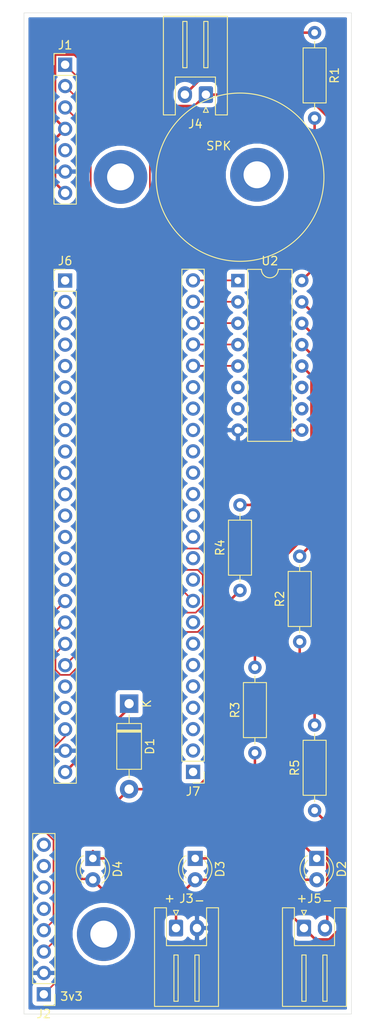
<source format=kicad_pcb>
(kicad_pcb (version 20171130) (host pcbnew "(5.1.10-1-10_14)")

  (general
    (thickness 1.6)
    (drawings 11)
    (tracks 124)
    (zones 0)
    (modules 20)
    (nets 69)
  )

  (page A4)
  (title_block
    (title "Scepter PCB")
    (date 2021-07-17)
    (rev 1)
    (comment 4 "Author: Phil McCarthy")
  )

  (layers
    (0 F.Cu signal)
    (31 B.Cu signal)
    (32 B.Adhes user)
    (33 F.Adhes user)
    (34 B.Paste user)
    (35 F.Paste user)
    (36 B.SilkS user)
    (37 F.SilkS user)
    (38 B.Mask user)
    (39 F.Mask user)
    (40 Dwgs.User user)
    (41 Cmts.User user)
    (42 Eco1.User user)
    (43 Eco2.User user)
    (44 Edge.Cuts user)
    (45 Margin user)
    (46 B.CrtYd user)
    (47 F.CrtYd user)
    (48 B.Fab user)
    (49 F.Fab user)
  )

  (setup
    (last_trace_width 0.2)
    (user_trace_width 0.2)
    (user_trace_width 0.3)
    (trace_clearance 0.2)
    (zone_clearance 0.508)
    (zone_45_only no)
    (trace_min 0.2)
    (via_size 0.8)
    (via_drill 0.4)
    (via_min_size 0.4)
    (via_min_drill 0.3)
    (uvia_size 0.3)
    (uvia_drill 0.1)
    (uvias_allowed no)
    (uvia_min_size 0.2)
    (uvia_min_drill 0.1)
    (edge_width 0.05)
    (segment_width 0.2)
    (pcb_text_width 0.3)
    (pcb_text_size 1.5 1.5)
    (mod_edge_width 0.12)
    (mod_text_size 1 1)
    (mod_text_width 0.15)
    (pad_size 1.524 1.524)
    (pad_drill 0.762)
    (pad_to_mask_clearance 0)
    (aux_axis_origin 0 0)
    (visible_elements FFFFFF7F)
    (pcbplotparams
      (layerselection 0x010fc_ffffffff)
      (usegerberextensions false)
      (usegerberattributes true)
      (usegerberadvancedattributes true)
      (creategerberjobfile true)
      (excludeedgelayer true)
      (linewidth 0.100000)
      (plotframeref false)
      (viasonmask false)
      (mode 1)
      (useauxorigin false)
      (hpglpennumber 1)
      (hpglpenspeed 20)
      (hpglpendiameter 15.000000)
      (psnegative false)
      (psa4output false)
      (plotreference true)
      (plotvalue true)
      (plotinvisibletext false)
      (padsonsilk false)
      (subtractmaskfromsilk false)
      (outputformat 1)
      (mirror false)
      (drillshape 1)
      (scaleselection 1)
      (outputdirectory ""))
  )

  (net 0 "")
  (net 1 /VIN)
  (net 2 +5V)
  (net 3 "Net-(D2-Pad1)")
  (net 4 "Net-(D3-Pad1)")
  (net 5 "Net-(D4-Pad1)")
  (net 6 /LRCLK)
  (net 7 /BCLK)
  (net 8 /DigAud)
  (net 9 "Net-(J1-Pad5)")
  (net 10 GND)
  (net 11 /3v3)
  (net 12 /SCL)
  (net 13 /SDA)
  (net 14 "Net-(J2-Pad5)")
  (net 15 "Net-(J2-Pad6)")
  (net 16 "Net-(J2-Pad7)")
  (net 17 "Net-(J2-Pad8)")
  (net 18 "Net-(J5-Pad2)")
  (net 19 "Net-(J6-Pad1)")
  (net 20 "Net-(J6-Pad2)")
  (net 21 "Net-(J6-Pad3)")
  (net 22 "Net-(J6-Pad4)")
  (net 23 "Net-(J6-Pad5)")
  (net 24 "Net-(J6-Pad6)")
  (net 25 "Net-(J6-Pad7)")
  (net 26 "Net-(J6-Pad8)")
  (net 27 "Net-(J6-Pad9)")
  (net 28 "Net-(J6-Pad10)")
  (net 29 "Net-(J6-Pad11)")
  (net 30 "Net-(J6-Pad12)")
  (net 31 "Net-(J6-Pad13)")
  (net 32 "Net-(J6-Pad14)")
  (net 33 "Net-(J6-Pad20)")
  (net 34 /LEDStalkSig)
  (net 35 /GemLED1Sig)
  (net 36 /GemLED2Sig)
  (net 37 /GemLED3Sig)
  (net 38 /VibMtrSig)
  (net 39 "Net-(J7-Pad19)")
  (net 40 "Net-(J7-Pad18)")
  (net 41 "Net-(J7-Pad17)")
  (net 42 "Net-(J7-Pad16)")
  (net 43 "Net-(J7-Pad15)")
  (net 44 "Net-(J7-Pad14)")
  (net 45 "Net-(J7-Pad13)")
  (net 46 "Net-(J7-Pad12)")
  (net 47 "Net-(J7-Pad11)")
  (net 48 "Net-(J7-Pad10)")
  (net 49 "Net-(J7-Pad8)")
  (net 50 "Net-(J7-Pad7)")
  (net 51 "Net-(J7-Pad6)")
  (net 52 "Net-(J7-Pad5)")
  (net 53 "Net-(J7-Pad4)")
  (net 54 "Net-(J7-Pad3)")
  (net 55 "Net-(J7-Pad2)")
  (net 56 "Net-(J7-Pad1)")
  (net 57 "Net-(R2-Pad2)")
  (net 58 "Net-(R3-Pad2)")
  (net 59 "Net-(R4-Pad2)")
  (net 60 "Net-(R5-Pad2)")
  (net 61 "Net-(U2-Pad10)")
  (net 62 "Net-(U2-Pad11)")
  (net 63 "Net-(U2-Pad6)")
  (net 64 "Net-(U2-Pad7)")
  (net 65 "Net-(R1-Pad2)")
  (net 66 "Net-(J4-Pad2)")
  (net 67 "Net-(J6-Pad15)")
  (net 68 "Net-(J6-Pad21)")

  (net_class Default "This is the default net class."
    (clearance 0.2)
    (trace_width 0.2)
    (via_dia 0.8)
    (via_drill 0.4)
    (uvia_dia 0.3)
    (uvia_drill 0.1)
    (add_net /3v3)
    (add_net /BCLK)
    (add_net /DigAud)
    (add_net /GemLED1Sig)
    (add_net /GemLED2Sig)
    (add_net /GemLED3Sig)
    (add_net /LEDStalkSig)
    (add_net /LRCLK)
    (add_net /SCL)
    (add_net /SDA)
    (add_net /VIN)
    (add_net /VibMtrSig)
    (add_net GND)
    (add_net "Net-(D2-Pad1)")
    (add_net "Net-(D3-Pad1)")
    (add_net "Net-(D4-Pad1)")
    (add_net "Net-(J1-Pad5)")
    (add_net "Net-(J2-Pad5)")
    (add_net "Net-(J2-Pad6)")
    (add_net "Net-(J2-Pad7)")
    (add_net "Net-(J2-Pad8)")
    (add_net "Net-(J4-Pad2)")
    (add_net "Net-(J5-Pad2)")
    (add_net "Net-(J6-Pad1)")
    (add_net "Net-(J6-Pad10)")
    (add_net "Net-(J6-Pad11)")
    (add_net "Net-(J6-Pad12)")
    (add_net "Net-(J6-Pad13)")
    (add_net "Net-(J6-Pad14)")
    (add_net "Net-(J6-Pad15)")
    (add_net "Net-(J6-Pad2)")
    (add_net "Net-(J6-Pad20)")
    (add_net "Net-(J6-Pad21)")
    (add_net "Net-(J6-Pad3)")
    (add_net "Net-(J6-Pad4)")
    (add_net "Net-(J6-Pad5)")
    (add_net "Net-(J6-Pad6)")
    (add_net "Net-(J6-Pad7)")
    (add_net "Net-(J6-Pad8)")
    (add_net "Net-(J6-Pad9)")
    (add_net "Net-(J7-Pad1)")
    (add_net "Net-(J7-Pad10)")
    (add_net "Net-(J7-Pad11)")
    (add_net "Net-(J7-Pad12)")
    (add_net "Net-(J7-Pad13)")
    (add_net "Net-(J7-Pad14)")
    (add_net "Net-(J7-Pad15)")
    (add_net "Net-(J7-Pad16)")
    (add_net "Net-(J7-Pad17)")
    (add_net "Net-(J7-Pad18)")
    (add_net "Net-(J7-Pad19)")
    (add_net "Net-(J7-Pad2)")
    (add_net "Net-(J7-Pad3)")
    (add_net "Net-(J7-Pad4)")
    (add_net "Net-(J7-Pad5)")
    (add_net "Net-(J7-Pad6)")
    (add_net "Net-(J7-Pad7)")
    (add_net "Net-(J7-Pad8)")
    (add_net "Net-(R1-Pad2)")
    (add_net "Net-(R2-Pad2)")
    (add_net "Net-(R3-Pad2)")
    (add_net "Net-(R4-Pad2)")
    (add_net "Net-(R5-Pad2)")
    (add_net "Net-(U2-Pad10)")
    (add_net "Net-(U2-Pad11)")
    (add_net "Net-(U2-Pad6)")
    (add_net "Net-(U2-Pad7)")
  )

  (net_class 5VPWR ""
    (clearance 0.2)
    (trace_width 0.3)
    (via_dia 0.8)
    (via_drill 0.4)
    (uvia_dia 0.3)
    (uvia_drill 0.1)
    (add_net +5V)
  )

  (module MountingHole:MountingHole_3.2mm_M3_Pad (layer F.Cu) (tedit 56D1B4CB) (tstamp 60F57745)
    (at 127.754 55.246)
    (descr "Mounting Hole 3.2mm, M3")
    (tags "mounting hole 3.2mm m3")
    (attr virtual)
    (fp_text reference REF** (at 0 -4.2) (layer F.SilkS) hide
      (effects (font (size 1 1) (thickness 0.15)))
    )
    (fp_text value MountingHole_3.2mm_M3_Pad (at 0 4.2) (layer F.Fab)
      (effects (font (size 1 1) (thickness 0.15)))
    )
    (fp_text user %R (at 0.3 0) (layer F.Fab)
      (effects (font (size 1 1) (thickness 0.15)))
    )
    (fp_circle (center 0 0) (end 3.2 0) (layer Cmts.User) (width 0.15))
    (fp_circle (center 0 0) (end 3.45 0) (layer F.CrtYd) (width 0.05))
    (pad 1 thru_hole circle (at 0 0) (size 6.4 6.4) (drill 3.2) (layers *.Cu *.Mask))
  )

  (module MountingHole:MountingHole_3.2mm_M3_Pad (layer F.Cu) (tedit 56D1B4CB) (tstamp 60F5770C)
    (at 111.5 55.5)
    (descr "Mounting Hole 3.2mm, M3")
    (tags "mounting hole 3.2mm m3")
    (attr virtual)
    (fp_text reference REF** (at 0 -4.2) (layer F.SilkS) hide
      (effects (font (size 1 1) (thickness 0.15)))
    )
    (fp_text value MountingHole_3.2mm_M3_Pad (at 0 4.2) (layer F.Fab)
      (effects (font (size 1 1) (thickness 0.15)))
    )
    (fp_text user %R (at 0.3 0) (layer F.Fab)
      (effects (font (size 1 1) (thickness 0.15)))
    )
    (fp_circle (center 0 0) (end 3.2 0) (layer Cmts.User) (width 0.15))
    (fp_circle (center 0 0) (end 3.45 0) (layer F.CrtYd) (width 0.05))
    (pad 1 thru_hole circle (at 0 0) (size 6.4 6.4) (drill 3.2) (layers *.Cu *.Mask))
  )

  (module MountingHole:MountingHole_3.2mm_M3_Pad (layer F.Cu) (tedit 56D1B4CB) (tstamp 60F576A2)
    (at 109.5 145.5)
    (descr "Mounting Hole 3.2mm, M3")
    (tags "mounting hole 3.2mm m3")
    (attr virtual)
    (fp_text reference REF** (at 0 -4.2) (layer F.SilkS) hide
      (effects (font (size 1 1) (thickness 0.15)))
    )
    (fp_text value MountingHole_3.2mm_M3_Pad (at 0 4.2) (layer F.Fab)
      (effects (font (size 1 1) (thickness 0.15)))
    )
    (fp_text user %R (at 0.3 0) (layer F.Fab)
      (effects (font (size 1 1) (thickness 0.15)))
    )
    (fp_circle (center 0 0) (end 3.2 0) (layer Cmts.User) (width 0.15))
    (fp_circle (center 0 0) (end 3.45 0) (layer F.CrtYd) (width 0.05))
    (pad 1 thru_hole circle (at 0 0) (size 6.4 6.4) (drill 3.2) (layers *.Cu *.Mask))
  )

  (module Connector_PinHeader_2.54mm:PinHeader_1x07_P2.54mm_Vertical (layer F.Cu) (tedit 59FED5CC) (tstamp 60F3149B)
    (at 104.902 42.164)
    (descr "Through hole straight pin header, 1x07, 2.54mm pitch, single row")
    (tags "Through hole pin header THT 1x07 2.54mm single row")
    (path /60F2257F)
    (fp_text reference J1 (at 0 -2.33) (layer F.SilkS)
      (effects (font (size 1 1) (thickness 0.15)))
    )
    (fp_text value MAX98357A_hdr (at 0 17.57) (layer F.Fab)
      (effects (font (size 1 1) (thickness 0.15)))
    )
    (fp_line (start 1.8 -1.8) (end -1.8 -1.8) (layer F.CrtYd) (width 0.05))
    (fp_line (start 1.8 17.05) (end 1.8 -1.8) (layer F.CrtYd) (width 0.05))
    (fp_line (start -1.8 17.05) (end 1.8 17.05) (layer F.CrtYd) (width 0.05))
    (fp_line (start -1.8 -1.8) (end -1.8 17.05) (layer F.CrtYd) (width 0.05))
    (fp_line (start -1.33 -1.33) (end 0 -1.33) (layer F.SilkS) (width 0.12))
    (fp_line (start -1.33 0) (end -1.33 -1.33) (layer F.SilkS) (width 0.12))
    (fp_line (start -1.33 1.27) (end 1.33 1.27) (layer F.SilkS) (width 0.12))
    (fp_line (start 1.33 1.27) (end 1.33 16.57) (layer F.SilkS) (width 0.12))
    (fp_line (start -1.33 1.27) (end -1.33 16.57) (layer F.SilkS) (width 0.12))
    (fp_line (start -1.33 16.57) (end 1.33 16.57) (layer F.SilkS) (width 0.12))
    (fp_line (start -1.27 -0.635) (end -0.635 -1.27) (layer F.Fab) (width 0.1))
    (fp_line (start -1.27 16.51) (end -1.27 -0.635) (layer F.Fab) (width 0.1))
    (fp_line (start 1.27 16.51) (end -1.27 16.51) (layer F.Fab) (width 0.1))
    (fp_line (start 1.27 -1.27) (end 1.27 16.51) (layer F.Fab) (width 0.1))
    (fp_line (start -0.635 -1.27) (end 1.27 -1.27) (layer F.Fab) (width 0.1))
    (fp_text user %R (at 0 7.62 90) (layer F.Fab)
      (effects (font (size 1 1) (thickness 0.15)))
    )
    (pad 1 thru_hole rect (at 0 0) (size 1.7 1.7) (drill 1) (layers *.Cu *.Mask)
      (net 6 /LRCLK))
    (pad 2 thru_hole oval (at 0 2.54) (size 1.7 1.7) (drill 1) (layers *.Cu *.Mask)
      (net 7 /BCLK))
    (pad 3 thru_hole oval (at 0 5.08) (size 1.7 1.7) (drill 1) (layers *.Cu *.Mask)
      (net 8 /DigAud))
    (pad 4 thru_hole oval (at 0 7.62) (size 1.7 1.7) (drill 1) (layers *.Cu *.Mask)
      (net 2 +5V))
    (pad 5 thru_hole oval (at 0 10.16) (size 1.7 1.7) (drill 1) (layers *.Cu *.Mask)
      (net 9 "Net-(J1-Pad5)"))
    (pad 6 thru_hole oval (at 0 12.7) (size 1.7 1.7) (drill 1) (layers *.Cu *.Mask)
      (net 10 GND))
    (pad 7 thru_hole oval (at 0 15.24) (size 1.7 1.7) (drill 1) (layers *.Cu *.Mask)
      (net 2 +5V))
    (model ${KISYS3DMOD}/Connector_PinHeader_2.54mm.3dshapes/PinHeader_1x07_P2.54mm_Vertical.wrl
      (at (xyz 0 0 0))
      (scale (xyz 1 1 1))
      (rotate (xyz 0 0 0))
    )
  )

  (module Connector_JST:JST_XH_S2B-XH-A_1x02_P2.50mm_Horizontal (layer F.Cu) (tedit 5C281475) (tstamp 60F3142B)
    (at 118.11 144.78)
    (descr "JST XH series connector, S2B-XH-A (http://www.jst-mfg.com/product/pdf/eng/eXH.pdf), generated with kicad-footprint-generator")
    (tags "connector JST XH horizontal")
    (path /60F0E3AF)
    (fp_text reference J3 (at 1.25 -3.5) (layer F.SilkS)
      (effects (font (size 1 1) (thickness 0.15)))
    )
    (fp_text value "5v Power In" (at 1.25 10.4) (layer F.Fab)
      (effects (font (size 1 1) (thickness 0.15)))
    )
    (fp_line (start -2.95 -2.8) (end -2.95 9.7) (layer F.CrtYd) (width 0.05))
    (fp_line (start -2.95 9.7) (end 5.45 9.7) (layer F.CrtYd) (width 0.05))
    (fp_line (start 5.45 9.7) (end 5.45 -2.8) (layer F.CrtYd) (width 0.05))
    (fp_line (start 5.45 -2.8) (end -2.95 -2.8) (layer F.CrtYd) (width 0.05))
    (fp_line (start 1.25 9.31) (end -2.56 9.31) (layer F.SilkS) (width 0.12))
    (fp_line (start -2.56 9.31) (end -2.56 -2.41) (layer F.SilkS) (width 0.12))
    (fp_line (start -2.56 -2.41) (end -1.14 -2.41) (layer F.SilkS) (width 0.12))
    (fp_line (start -1.14 -2.41) (end -1.14 2.09) (layer F.SilkS) (width 0.12))
    (fp_line (start -1.14 2.09) (end 1.25 2.09) (layer F.SilkS) (width 0.12))
    (fp_line (start 1.25 9.31) (end 5.06 9.31) (layer F.SilkS) (width 0.12))
    (fp_line (start 5.06 9.31) (end 5.06 -2.41) (layer F.SilkS) (width 0.12))
    (fp_line (start 5.06 -2.41) (end 3.64 -2.41) (layer F.SilkS) (width 0.12))
    (fp_line (start 3.64 -2.41) (end 3.64 2.09) (layer F.SilkS) (width 0.12))
    (fp_line (start 3.64 2.09) (end 1.25 2.09) (layer F.SilkS) (width 0.12))
    (fp_line (start 1.25 9.2) (end -2.45 9.2) (layer F.Fab) (width 0.1))
    (fp_line (start -2.45 9.2) (end -2.45 -2.3) (layer F.Fab) (width 0.1))
    (fp_line (start -2.45 -2.3) (end -1.25 -2.3) (layer F.Fab) (width 0.1))
    (fp_line (start -1.25 -2.3) (end -1.25 2.2) (layer F.Fab) (width 0.1))
    (fp_line (start -1.25 2.2) (end 1.25 2.2) (layer F.Fab) (width 0.1))
    (fp_line (start 1.25 9.2) (end 4.95 9.2) (layer F.Fab) (width 0.1))
    (fp_line (start 4.95 9.2) (end 4.95 -2.3) (layer F.Fab) (width 0.1))
    (fp_line (start 4.95 -2.3) (end 3.75 -2.3) (layer F.Fab) (width 0.1))
    (fp_line (start 3.75 -2.3) (end 3.75 2.2) (layer F.Fab) (width 0.1))
    (fp_line (start 3.75 2.2) (end 1.25 2.2) (layer F.Fab) (width 0.1))
    (fp_line (start -0.25 3.2) (end -0.25 8.7) (layer F.SilkS) (width 0.12))
    (fp_line (start -0.25 8.7) (end 0.25 8.7) (layer F.SilkS) (width 0.12))
    (fp_line (start 0.25 8.7) (end 0.25 3.2) (layer F.SilkS) (width 0.12))
    (fp_line (start 0.25 3.2) (end -0.25 3.2) (layer F.SilkS) (width 0.12))
    (fp_line (start 2.25 3.2) (end 2.25 8.7) (layer F.SilkS) (width 0.12))
    (fp_line (start 2.25 8.7) (end 2.75 8.7) (layer F.SilkS) (width 0.12))
    (fp_line (start 2.75 8.7) (end 2.75 3.2) (layer F.SilkS) (width 0.12))
    (fp_line (start 2.75 3.2) (end 2.25 3.2) (layer F.SilkS) (width 0.12))
    (fp_line (start 0 -1.5) (end -0.3 -2.1) (layer F.SilkS) (width 0.12))
    (fp_line (start -0.3 -2.1) (end 0.3 -2.1) (layer F.SilkS) (width 0.12))
    (fp_line (start 0.3 -2.1) (end 0 -1.5) (layer F.SilkS) (width 0.12))
    (fp_line (start -0.625 2.2) (end 0 1.2) (layer F.Fab) (width 0.1))
    (fp_line (start 0 1.2) (end 0.625 2.2) (layer F.Fab) (width 0.1))
    (fp_text user %R (at 1.25 3.45) (layer F.Fab)
      (effects (font (size 1 1) (thickness 0.15)))
    )
    (pad 2 thru_hole oval (at 2.5 0) (size 1.7 2) (drill 1) (layers *.Cu *.Mask)
      (net 10 GND))
    (pad 1 thru_hole roundrect (at 0 0) (size 1.7 2) (drill 1) (layers *.Cu *.Mask) (roundrect_rratio 0.147059)
      (net 2 +5V))
    (model ${KISYS3DMOD}/Connector_JST.3dshapes/JST_XH_S2B-XH-A_1x02_P2.50mm_Horizontal.wrl
      (at (xyz 0 0 0))
      (scale (xyz 1 1 1))
      (rotate (xyz 0 0 0))
    )
  )

  (module Connector_JST:JST_XH_S2B-XH-A_1x02_P2.50mm_Horizontal (layer F.Cu) (tedit 5C281475) (tstamp 60F313AA)
    (at 121.666 45.72 180)
    (descr "JST XH series connector, S2B-XH-A (http://www.jst-mfg.com/product/pdf/eng/eXH.pdf), generated with kicad-footprint-generator")
    (tags "connector JST XH horizontal")
    (path /60FD7075)
    (fp_text reference J4 (at 1.25 -3.5) (layer F.SilkS)
      (effects (font (size 1 1) (thickness 0.15)))
    )
    (fp_text value LEDStalk_hdr (at 1.25 10.4) (layer F.Fab)
      (effects (font (size 1 1) (thickness 0.15)))
    )
    (fp_line (start 0 1.2) (end 0.625 2.2) (layer F.Fab) (width 0.1))
    (fp_line (start -0.625 2.2) (end 0 1.2) (layer F.Fab) (width 0.1))
    (fp_line (start 0.3 -2.1) (end 0 -1.5) (layer F.SilkS) (width 0.12))
    (fp_line (start -0.3 -2.1) (end 0.3 -2.1) (layer F.SilkS) (width 0.12))
    (fp_line (start 0 -1.5) (end -0.3 -2.1) (layer F.SilkS) (width 0.12))
    (fp_line (start 2.75 3.2) (end 2.25 3.2) (layer F.SilkS) (width 0.12))
    (fp_line (start 2.75 8.7) (end 2.75 3.2) (layer F.SilkS) (width 0.12))
    (fp_line (start 2.25 8.7) (end 2.75 8.7) (layer F.SilkS) (width 0.12))
    (fp_line (start 2.25 3.2) (end 2.25 8.7) (layer F.SilkS) (width 0.12))
    (fp_line (start 0.25 3.2) (end -0.25 3.2) (layer F.SilkS) (width 0.12))
    (fp_line (start 0.25 8.7) (end 0.25 3.2) (layer F.SilkS) (width 0.12))
    (fp_line (start -0.25 8.7) (end 0.25 8.7) (layer F.SilkS) (width 0.12))
    (fp_line (start -0.25 3.2) (end -0.25 8.7) (layer F.SilkS) (width 0.12))
    (fp_line (start 3.75 2.2) (end 1.25 2.2) (layer F.Fab) (width 0.1))
    (fp_line (start 3.75 -2.3) (end 3.75 2.2) (layer F.Fab) (width 0.1))
    (fp_line (start 4.95 -2.3) (end 3.75 -2.3) (layer F.Fab) (width 0.1))
    (fp_line (start 4.95 9.2) (end 4.95 -2.3) (layer F.Fab) (width 0.1))
    (fp_line (start 1.25 9.2) (end 4.95 9.2) (layer F.Fab) (width 0.1))
    (fp_line (start -1.25 2.2) (end 1.25 2.2) (layer F.Fab) (width 0.1))
    (fp_line (start -1.25 -2.3) (end -1.25 2.2) (layer F.Fab) (width 0.1))
    (fp_line (start -2.45 -2.3) (end -1.25 -2.3) (layer F.Fab) (width 0.1))
    (fp_line (start -2.45 9.2) (end -2.45 -2.3) (layer F.Fab) (width 0.1))
    (fp_line (start 1.25 9.2) (end -2.45 9.2) (layer F.Fab) (width 0.1))
    (fp_line (start 3.64 2.09) (end 1.25 2.09) (layer F.SilkS) (width 0.12))
    (fp_line (start 3.64 -2.41) (end 3.64 2.09) (layer F.SilkS) (width 0.12))
    (fp_line (start 5.06 -2.41) (end 3.64 -2.41) (layer F.SilkS) (width 0.12))
    (fp_line (start 5.06 9.31) (end 5.06 -2.41) (layer F.SilkS) (width 0.12))
    (fp_line (start 1.25 9.31) (end 5.06 9.31) (layer F.SilkS) (width 0.12))
    (fp_line (start -1.14 2.09) (end 1.25 2.09) (layer F.SilkS) (width 0.12))
    (fp_line (start -1.14 -2.41) (end -1.14 2.09) (layer F.SilkS) (width 0.12))
    (fp_line (start -2.56 -2.41) (end -1.14 -2.41) (layer F.SilkS) (width 0.12))
    (fp_line (start -2.56 9.31) (end -2.56 -2.41) (layer F.SilkS) (width 0.12))
    (fp_line (start 1.25 9.31) (end -2.56 9.31) (layer F.SilkS) (width 0.12))
    (fp_line (start 5.45 -2.8) (end -2.95 -2.8) (layer F.CrtYd) (width 0.05))
    (fp_line (start 5.45 9.7) (end 5.45 -2.8) (layer F.CrtYd) (width 0.05))
    (fp_line (start -2.95 9.7) (end 5.45 9.7) (layer F.CrtYd) (width 0.05))
    (fp_line (start -2.95 -2.8) (end -2.95 9.7) (layer F.CrtYd) (width 0.05))
    (fp_text user %R (at 1.25 3.45) (layer F.Fab)
      (effects (font (size 1 1) (thickness 0.15)))
    )
    (pad 1 thru_hole roundrect (at 0 0 180) (size 1.7 2) (drill 1) (layers *.Cu *.Mask) (roundrect_rratio 0.147059)
      (net 2 +5V))
    (pad 2 thru_hole oval (at 2.5 0 180) (size 1.7 2) (drill 1) (layers *.Cu *.Mask)
      (net 66 "Net-(J4-Pad2)"))
    (model ${KISYS3DMOD}/Connector_JST.3dshapes/JST_XH_S2B-XH-A_1x02_P2.50mm_Horizontal.wrl
      (at (xyz 0 0 0))
      (scale (xyz 1 1 1))
      (rotate (xyz 0 0 0))
    )
  )

  (module Connector_JST:JST_XH_S2B-XH-A_1x02_P2.50mm_Horizontal (layer F.Cu) (tedit 5C281475) (tstamp 60F31329)
    (at 133.35 144.78)
    (descr "JST XH series connector, S2B-XH-A (http://www.jst-mfg.com/product/pdf/eng/eXH.pdf), generated with kicad-footprint-generator")
    (tags "connector JST XH horizontal")
    (path /60F29411)
    (fp_text reference J5 (at 1.25 -3.5) (layer F.SilkS)
      (effects (font (size 1 1) (thickness 0.15)))
    )
    (fp_text value VibrationMotor_hdr (at 1.25 10.4) (layer F.Fab)
      (effects (font (size 1 1) (thickness 0.15)))
    )
    (fp_line (start 0 1.2) (end 0.625 2.2) (layer F.Fab) (width 0.1))
    (fp_line (start -0.625 2.2) (end 0 1.2) (layer F.Fab) (width 0.1))
    (fp_line (start 0.3 -2.1) (end 0 -1.5) (layer F.SilkS) (width 0.12))
    (fp_line (start -0.3 -2.1) (end 0.3 -2.1) (layer F.SilkS) (width 0.12))
    (fp_line (start 0 -1.5) (end -0.3 -2.1) (layer F.SilkS) (width 0.12))
    (fp_line (start 2.75 3.2) (end 2.25 3.2) (layer F.SilkS) (width 0.12))
    (fp_line (start 2.75 8.7) (end 2.75 3.2) (layer F.SilkS) (width 0.12))
    (fp_line (start 2.25 8.7) (end 2.75 8.7) (layer F.SilkS) (width 0.12))
    (fp_line (start 2.25 3.2) (end 2.25 8.7) (layer F.SilkS) (width 0.12))
    (fp_line (start 0.25 3.2) (end -0.25 3.2) (layer F.SilkS) (width 0.12))
    (fp_line (start 0.25 8.7) (end 0.25 3.2) (layer F.SilkS) (width 0.12))
    (fp_line (start -0.25 8.7) (end 0.25 8.7) (layer F.SilkS) (width 0.12))
    (fp_line (start -0.25 3.2) (end -0.25 8.7) (layer F.SilkS) (width 0.12))
    (fp_line (start 3.75 2.2) (end 1.25 2.2) (layer F.Fab) (width 0.1))
    (fp_line (start 3.75 -2.3) (end 3.75 2.2) (layer F.Fab) (width 0.1))
    (fp_line (start 4.95 -2.3) (end 3.75 -2.3) (layer F.Fab) (width 0.1))
    (fp_line (start 4.95 9.2) (end 4.95 -2.3) (layer F.Fab) (width 0.1))
    (fp_line (start 1.25 9.2) (end 4.95 9.2) (layer F.Fab) (width 0.1))
    (fp_line (start -1.25 2.2) (end 1.25 2.2) (layer F.Fab) (width 0.1))
    (fp_line (start -1.25 -2.3) (end -1.25 2.2) (layer F.Fab) (width 0.1))
    (fp_line (start -2.45 -2.3) (end -1.25 -2.3) (layer F.Fab) (width 0.1))
    (fp_line (start -2.45 9.2) (end -2.45 -2.3) (layer F.Fab) (width 0.1))
    (fp_line (start 1.25 9.2) (end -2.45 9.2) (layer F.Fab) (width 0.1))
    (fp_line (start 3.64 2.09) (end 1.25 2.09) (layer F.SilkS) (width 0.12))
    (fp_line (start 3.64 -2.41) (end 3.64 2.09) (layer F.SilkS) (width 0.12))
    (fp_line (start 5.06 -2.41) (end 3.64 -2.41) (layer F.SilkS) (width 0.12))
    (fp_line (start 5.06 9.31) (end 5.06 -2.41) (layer F.SilkS) (width 0.12))
    (fp_line (start 1.25 9.31) (end 5.06 9.31) (layer F.SilkS) (width 0.12))
    (fp_line (start -1.14 2.09) (end 1.25 2.09) (layer F.SilkS) (width 0.12))
    (fp_line (start -1.14 -2.41) (end -1.14 2.09) (layer F.SilkS) (width 0.12))
    (fp_line (start -2.56 -2.41) (end -1.14 -2.41) (layer F.SilkS) (width 0.12))
    (fp_line (start -2.56 9.31) (end -2.56 -2.41) (layer F.SilkS) (width 0.12))
    (fp_line (start 1.25 9.31) (end -2.56 9.31) (layer F.SilkS) (width 0.12))
    (fp_line (start 5.45 -2.8) (end -2.95 -2.8) (layer F.CrtYd) (width 0.05))
    (fp_line (start 5.45 9.7) (end 5.45 -2.8) (layer F.CrtYd) (width 0.05))
    (fp_line (start -2.95 9.7) (end 5.45 9.7) (layer F.CrtYd) (width 0.05))
    (fp_line (start -2.95 -2.8) (end -2.95 9.7) (layer F.CrtYd) (width 0.05))
    (fp_text user %R (at 1.25 3.45) (layer F.Fab)
      (effects (font (size 1 1) (thickness 0.15)))
    )
    (pad 1 thru_hole roundrect (at 0 0) (size 1.7 2) (drill 1) (layers *.Cu *.Mask) (roundrect_rratio 0.147059)
      (net 2 +5V))
    (pad 2 thru_hole oval (at 2.5 0) (size 1.7 2) (drill 1) (layers *.Cu *.Mask)
      (net 18 "Net-(J5-Pad2)"))
    (model ${KISYS3DMOD}/Connector_JST.3dshapes/JST_XH_S2B-XH-A_1x02_P2.50mm_Horizontal.wrl
      (at (xyz 0 0 0))
      (scale (xyz 1 1 1))
      (rotate (xyz 0 0 0))
    )
  )

  (module Connector_PinHeader_2.54mm:PinHeader_1x24_P2.54mm_Vertical (layer F.Cu) (tedit 59FED5CC) (tstamp 60F310CE)
    (at 104.902 67.818)
    (descr "Through hole straight pin header, 1x24, 2.54mm pitch, single row")
    (tags "Through hole pin header THT 1x24 2.54mm single row")
    (path /60F38009)
    (fp_text reference J6 (at 0 -2.33) (layer F.SilkS)
      (effects (font (size 1 1) (thickness 0.15)))
    )
    (fp_text value Teensy4.1_left_hdr (at 0 60.75) (layer F.Fab)
      (effects (font (size 1 1) (thickness 0.15)))
    )
    (fp_line (start 1.8 -1.8) (end -1.8 -1.8) (layer F.CrtYd) (width 0.05))
    (fp_line (start 1.8 60.2) (end 1.8 -1.8) (layer F.CrtYd) (width 0.05))
    (fp_line (start -1.8 60.2) (end 1.8 60.2) (layer F.CrtYd) (width 0.05))
    (fp_line (start -1.8 -1.8) (end -1.8 60.2) (layer F.CrtYd) (width 0.05))
    (fp_line (start -1.33 -1.33) (end 0 -1.33) (layer F.SilkS) (width 0.12))
    (fp_line (start -1.33 0) (end -1.33 -1.33) (layer F.SilkS) (width 0.12))
    (fp_line (start -1.33 1.27) (end 1.33 1.27) (layer F.SilkS) (width 0.12))
    (fp_line (start 1.33 1.27) (end 1.33 59.75) (layer F.SilkS) (width 0.12))
    (fp_line (start -1.33 1.27) (end -1.33 59.75) (layer F.SilkS) (width 0.12))
    (fp_line (start -1.33 59.75) (end 1.33 59.75) (layer F.SilkS) (width 0.12))
    (fp_line (start -1.27 -0.635) (end -0.635 -1.27) (layer F.Fab) (width 0.1))
    (fp_line (start -1.27 59.69) (end -1.27 -0.635) (layer F.Fab) (width 0.1))
    (fp_line (start 1.27 59.69) (end -1.27 59.69) (layer F.Fab) (width 0.1))
    (fp_line (start 1.27 -1.27) (end 1.27 59.69) (layer F.Fab) (width 0.1))
    (fp_line (start -0.635 -1.27) (end 1.27 -1.27) (layer F.Fab) (width 0.1))
    (fp_text user %R (at 0 29.21 90) (layer F.Fab)
      (effects (font (size 1 1) (thickness 0.15)))
    )
    (pad 1 thru_hole rect (at 0 0) (size 1.7 1.7) (drill 1) (layers *.Cu *.Mask)
      (net 19 "Net-(J6-Pad1)"))
    (pad 2 thru_hole oval (at 0 2.54) (size 1.7 1.7) (drill 1) (layers *.Cu *.Mask)
      (net 20 "Net-(J6-Pad2)"))
    (pad 3 thru_hole oval (at 0 5.08) (size 1.7 1.7) (drill 1) (layers *.Cu *.Mask)
      (net 21 "Net-(J6-Pad3)"))
    (pad 4 thru_hole oval (at 0 7.62) (size 1.7 1.7) (drill 1) (layers *.Cu *.Mask)
      (net 22 "Net-(J6-Pad4)"))
    (pad 5 thru_hole oval (at 0 10.16) (size 1.7 1.7) (drill 1) (layers *.Cu *.Mask)
      (net 23 "Net-(J6-Pad5)"))
    (pad 6 thru_hole oval (at 0 12.7) (size 1.7 1.7) (drill 1) (layers *.Cu *.Mask)
      (net 24 "Net-(J6-Pad6)"))
    (pad 7 thru_hole oval (at 0 15.24) (size 1.7 1.7) (drill 1) (layers *.Cu *.Mask)
      (net 25 "Net-(J6-Pad7)"))
    (pad 8 thru_hole oval (at 0 17.78) (size 1.7 1.7) (drill 1) (layers *.Cu *.Mask)
      (net 26 "Net-(J6-Pad8)"))
    (pad 9 thru_hole oval (at 0 20.32) (size 1.7 1.7) (drill 1) (layers *.Cu *.Mask)
      (net 27 "Net-(J6-Pad9)"))
    (pad 10 thru_hole oval (at 0 22.86) (size 1.7 1.7) (drill 1) (layers *.Cu *.Mask)
      (net 28 "Net-(J6-Pad10)"))
    (pad 11 thru_hole oval (at 0 25.4) (size 1.7 1.7) (drill 1) (layers *.Cu *.Mask)
      (net 29 "Net-(J6-Pad11)"))
    (pad 12 thru_hole oval (at 0 27.94) (size 1.7 1.7) (drill 1) (layers *.Cu *.Mask)
      (net 30 "Net-(J6-Pad12)"))
    (pad 13 thru_hole oval (at 0 30.48) (size 1.7 1.7) (drill 1) (layers *.Cu *.Mask)
      (net 31 "Net-(J6-Pad13)"))
    (pad 14 thru_hole oval (at 0 33.02) (size 1.7 1.7) (drill 1) (layers *.Cu *.Mask)
      (net 32 "Net-(J6-Pad14)"))
    (pad 15 thru_hole oval (at 0 35.56) (size 1.7 1.7) (drill 1) (layers *.Cu *.Mask)
      (net 67 "Net-(J6-Pad15)"))
    (pad 16 thru_hole oval (at 0 38.1) (size 1.7 1.7) (drill 1) (layers *.Cu *.Mask)
      (net 13 /SDA))
    (pad 17 thru_hole oval (at 0 40.64) (size 1.7 1.7) (drill 1) (layers *.Cu *.Mask)
      (net 12 /SCL))
    (pad 18 thru_hole oval (at 0 43.18) (size 1.7 1.7) (drill 1) (layers *.Cu *.Mask)
      (net 6 /LRCLK))
    (pad 19 thru_hole oval (at 0 45.72) (size 1.7 1.7) (drill 1) (layers *.Cu *.Mask)
      (net 7 /BCLK))
    (pad 20 thru_hole oval (at 0 48.26) (size 1.7 1.7) (drill 1) (layers *.Cu *.Mask)
      (net 33 "Net-(J6-Pad20)"))
    (pad 21 thru_hole oval (at 0 50.8) (size 1.7 1.7) (drill 1) (layers *.Cu *.Mask)
      (net 68 "Net-(J6-Pad21)"))
    (pad 22 thru_hole oval (at 0 53.34) (size 1.7 1.7) (drill 1) (layers *.Cu *.Mask)
      (net 11 /3v3))
    (pad 23 thru_hole oval (at 0 55.88) (size 1.7 1.7) (drill 1) (layers *.Cu *.Mask)
      (net 10 GND))
    (pad 24 thru_hole oval (at 0 58.42) (size 1.7 1.7) (drill 1) (layers *.Cu *.Mask)
      (net 1 /VIN))
    (model ${KISYS3DMOD}/Connector_PinHeader_2.54mm.3dshapes/PinHeader_1x24_P2.54mm_Vertical.wrl
      (at (xyz 0 0 0))
      (scale (xyz 1 1 1))
      (rotate (xyz 0 0 0))
    )
  )

  (module Connector_PinHeader_2.54mm:PinHeader_1x24_P2.54mm_Vertical (layer F.Cu) (tedit 59FED5CC) (tstamp 60F3D4CF)
    (at 120.142 126.218 180)
    (descr "Through hole straight pin header, 1x24, 2.54mm pitch, single row")
    (tags "Through hole pin header THT 1x24 2.54mm single row")
    (path /60F3ACC8)
    (fp_text reference J7 (at 0 -2.33) (layer F.SilkS)
      (effects (font (size 1 1) (thickness 0.15)))
    )
    (fp_text value Teensy4.1_right_hdr (at 0 60.75) (layer F.Fab)
      (effects (font (size 1 1) (thickness 0.15)))
    )
    (fp_line (start -0.635 -1.27) (end 1.27 -1.27) (layer F.Fab) (width 0.1))
    (fp_line (start 1.27 -1.27) (end 1.27 59.69) (layer F.Fab) (width 0.1))
    (fp_line (start 1.27 59.69) (end -1.27 59.69) (layer F.Fab) (width 0.1))
    (fp_line (start -1.27 59.69) (end -1.27 -0.635) (layer F.Fab) (width 0.1))
    (fp_line (start -1.27 -0.635) (end -0.635 -1.27) (layer F.Fab) (width 0.1))
    (fp_line (start -1.33 59.75) (end 1.33 59.75) (layer F.SilkS) (width 0.12))
    (fp_line (start -1.33 1.27) (end -1.33 59.75) (layer F.SilkS) (width 0.12))
    (fp_line (start 1.33 1.27) (end 1.33 59.75) (layer F.SilkS) (width 0.12))
    (fp_line (start -1.33 1.27) (end 1.33 1.27) (layer F.SilkS) (width 0.12))
    (fp_line (start -1.33 0) (end -1.33 -1.33) (layer F.SilkS) (width 0.12))
    (fp_line (start -1.33 -1.33) (end 0 -1.33) (layer F.SilkS) (width 0.12))
    (fp_line (start -1.8 -1.8) (end -1.8 60.2) (layer F.CrtYd) (width 0.05))
    (fp_line (start -1.8 60.2) (end 1.8 60.2) (layer F.CrtYd) (width 0.05))
    (fp_line (start 1.8 60.2) (end 1.8 -1.8) (layer F.CrtYd) (width 0.05))
    (fp_line (start 1.8 -1.8) (end -1.8 -1.8) (layer F.CrtYd) (width 0.05))
    (fp_text user %R (at 0 29.21 90) (layer F.Fab)
      (effects (font (size 1 1) (thickness 0.15)))
    )
    (pad 24 thru_hole oval (at 0 58.42 180) (size 1.7 1.7) (drill 1) (layers *.Cu *.Mask)
      (net 34 /LEDStalkSig))
    (pad 23 thru_hole oval (at 0 55.88 180) (size 1.7 1.7) (drill 1) (layers *.Cu *.Mask)
      (net 38 /VibMtrSig))
    (pad 22 thru_hole oval (at 0 53.34 180) (size 1.7 1.7) (drill 1) (layers *.Cu *.Mask)
      (net 35 /GemLED1Sig))
    (pad 21 thru_hole oval (at 0 50.8 180) (size 1.7 1.7) (drill 1) (layers *.Cu *.Mask)
      (net 36 /GemLED2Sig))
    (pad 20 thru_hole oval (at 0 48.26 180) (size 1.7 1.7) (drill 1) (layers *.Cu *.Mask)
      (net 37 /GemLED3Sig))
    (pad 19 thru_hole oval (at 0 45.72 180) (size 1.7 1.7) (drill 1) (layers *.Cu *.Mask)
      (net 39 "Net-(J7-Pad19)"))
    (pad 18 thru_hole oval (at 0 43.18 180) (size 1.7 1.7) (drill 1) (layers *.Cu *.Mask)
      (net 40 "Net-(J7-Pad18)"))
    (pad 17 thru_hole oval (at 0 40.64 180) (size 1.7 1.7) (drill 1) (layers *.Cu *.Mask)
      (net 41 "Net-(J7-Pad17)"))
    (pad 16 thru_hole oval (at 0 38.1 180) (size 1.7 1.7) (drill 1) (layers *.Cu *.Mask)
      (net 42 "Net-(J7-Pad16)"))
    (pad 15 thru_hole oval (at 0 35.56 180) (size 1.7 1.7) (drill 1) (layers *.Cu *.Mask)
      (net 43 "Net-(J7-Pad15)"))
    (pad 14 thru_hole oval (at 0 33.02 180) (size 1.7 1.7) (drill 1) (layers *.Cu *.Mask)
      (net 44 "Net-(J7-Pad14)"))
    (pad 13 thru_hole oval (at 0 30.48 180) (size 1.7 1.7) (drill 1) (layers *.Cu *.Mask)
      (net 45 "Net-(J7-Pad13)"))
    (pad 12 thru_hole oval (at 0 27.94 180) (size 1.7 1.7) (drill 1) (layers *.Cu *.Mask)
      (net 46 "Net-(J7-Pad12)"))
    (pad 11 thru_hole oval (at 0 25.4 180) (size 1.7 1.7) (drill 1) (layers *.Cu *.Mask)
      (net 47 "Net-(J7-Pad11)"))
    (pad 10 thru_hole oval (at 0 22.86 180) (size 1.7 1.7) (drill 1) (layers *.Cu *.Mask)
      (net 48 "Net-(J7-Pad10)"))
    (pad 9 thru_hole oval (at 0 20.32 180) (size 1.7 1.7) (drill 1) (layers *.Cu *.Mask)
      (net 8 /DigAud))
    (pad 8 thru_hole oval (at 0 17.78 180) (size 1.7 1.7) (drill 1) (layers *.Cu *.Mask)
      (net 49 "Net-(J7-Pad8)"))
    (pad 7 thru_hole oval (at 0 15.24 180) (size 1.7 1.7) (drill 1) (layers *.Cu *.Mask)
      (net 50 "Net-(J7-Pad7)"))
    (pad 6 thru_hole oval (at 0 12.7 180) (size 1.7 1.7) (drill 1) (layers *.Cu *.Mask)
      (net 51 "Net-(J7-Pad6)"))
    (pad 5 thru_hole oval (at 0 10.16 180) (size 1.7 1.7) (drill 1) (layers *.Cu *.Mask)
      (net 52 "Net-(J7-Pad5)"))
    (pad 4 thru_hole oval (at 0 7.62 180) (size 1.7 1.7) (drill 1) (layers *.Cu *.Mask)
      (net 53 "Net-(J7-Pad4)"))
    (pad 3 thru_hole oval (at 0 5.08 180) (size 1.7 1.7) (drill 1) (layers *.Cu *.Mask)
      (net 54 "Net-(J7-Pad3)"))
    (pad 2 thru_hole oval (at 0 2.54 180) (size 1.7 1.7) (drill 1) (layers *.Cu *.Mask)
      (net 55 "Net-(J7-Pad2)"))
    (pad 1 thru_hole rect (at 0 0 180) (size 1.7 1.7) (drill 1) (layers *.Cu *.Mask)
      (net 56 "Net-(J7-Pad1)"))
    (model ${KISYS3DMOD}/Connector_PinHeader_2.54mm.3dshapes/PinHeader_1x24_P2.54mm_Vertical.wrl
      (at (xyz 0 0 0))
      (scale (xyz 1 1 1))
      (rotate (xyz 0 0 0))
    )
  )

  (module Resistor_THT:R_Axial_DIN0207_L6.3mm_D2.5mm_P10.16mm_Horizontal (layer F.Cu) (tedit 5AE5139B) (tstamp 60F3117C)
    (at 134.62 38.354 270)
    (descr "Resistor, Axial_DIN0207 series, Axial, Horizontal, pin pitch=10.16mm, 0.25W = 1/4W, length*diameter=6.3*2.5mm^2, http://cdn-reichelt.de/documents/datenblatt/B400/1_4W%23YAG.pdf")
    (tags "Resistor Axial_DIN0207 series Axial Horizontal pin pitch 10.16mm 0.25W = 1/4W length 6.3mm diameter 2.5mm")
    (path /60EECD11)
    (fp_text reference R1 (at 5.08 -2.37 90) (layer F.SilkS)
      (effects (font (size 1 1) (thickness 0.15)))
    )
    (fp_text value 15 (at 5.08 2.37 90) (layer F.Fab)
      (effects (font (size 1 1) (thickness 0.15)))
    )
    (fp_line (start 11.21 -1.5) (end -1.05 -1.5) (layer F.CrtYd) (width 0.05))
    (fp_line (start 11.21 1.5) (end 11.21 -1.5) (layer F.CrtYd) (width 0.05))
    (fp_line (start -1.05 1.5) (end 11.21 1.5) (layer F.CrtYd) (width 0.05))
    (fp_line (start -1.05 -1.5) (end -1.05 1.5) (layer F.CrtYd) (width 0.05))
    (fp_line (start 9.12 0) (end 8.35 0) (layer F.SilkS) (width 0.12))
    (fp_line (start 1.04 0) (end 1.81 0) (layer F.SilkS) (width 0.12))
    (fp_line (start 8.35 -1.37) (end 1.81 -1.37) (layer F.SilkS) (width 0.12))
    (fp_line (start 8.35 1.37) (end 8.35 -1.37) (layer F.SilkS) (width 0.12))
    (fp_line (start 1.81 1.37) (end 8.35 1.37) (layer F.SilkS) (width 0.12))
    (fp_line (start 1.81 -1.37) (end 1.81 1.37) (layer F.SilkS) (width 0.12))
    (fp_line (start 10.16 0) (end 8.23 0) (layer F.Fab) (width 0.1))
    (fp_line (start 0 0) (end 1.93 0) (layer F.Fab) (width 0.1))
    (fp_line (start 8.23 -1.25) (end 1.93 -1.25) (layer F.Fab) (width 0.1))
    (fp_line (start 8.23 1.25) (end 8.23 -1.25) (layer F.Fab) (width 0.1))
    (fp_line (start 1.93 1.25) (end 8.23 1.25) (layer F.Fab) (width 0.1))
    (fp_line (start 1.93 -1.25) (end 1.93 1.25) (layer F.Fab) (width 0.1))
    (fp_text user %R (at 5.08 0 90) (layer F.Fab)
      (effects (font (size 1 1) (thickness 0.15)))
    )
    (pad 1 thru_hole circle (at 0 0 270) (size 1.6 1.6) (drill 0.8) (layers *.Cu *.Mask)
      (net 66 "Net-(J4-Pad2)"))
    (pad 2 thru_hole oval (at 10.16 0 270) (size 1.6 1.6) (drill 0.8) (layers *.Cu *.Mask)
      (net 65 "Net-(R1-Pad2)"))
    (model ${KISYS3DMOD}/Resistor_THT.3dshapes/R_Axial_DIN0207_L6.3mm_D2.5mm_P10.16mm_Horizontal.wrl
      (at (xyz 0 0 0))
      (scale (xyz 1 1 1))
      (rotate (xyz 0 0 0))
    )
  )

  (module Resistor_THT:R_Axial_DIN0207_L6.3mm_D2.5mm_P10.16mm_Horizontal (layer F.Cu) (tedit 5AE5139B) (tstamp 60F30FB1)
    (at 132.842 110.744 90)
    (descr "Resistor, Axial_DIN0207 series, Axial, Horizontal, pin pitch=10.16mm, 0.25W = 1/4W, length*diameter=6.3*2.5mm^2, http://cdn-reichelt.de/documents/datenblatt/B400/1_4W%23YAG.pdf")
    (tags "Resistor Axial_DIN0207 series Axial Horizontal pin pitch 10.16mm 0.25W = 1/4W length 6.3mm diameter 2.5mm")
    (path /60EED344)
    (fp_text reference R2 (at 5.08 -2.37 90) (layer F.SilkS)
      (effects (font (size 1 1) (thickness 0.15)))
    )
    (fp_text value 68 (at 5.08 2.37 90) (layer F.Fab)
      (effects (font (size 1 1) (thickness 0.15)))
    )
    (fp_line (start 1.93 -1.25) (end 1.93 1.25) (layer F.Fab) (width 0.1))
    (fp_line (start 1.93 1.25) (end 8.23 1.25) (layer F.Fab) (width 0.1))
    (fp_line (start 8.23 1.25) (end 8.23 -1.25) (layer F.Fab) (width 0.1))
    (fp_line (start 8.23 -1.25) (end 1.93 -1.25) (layer F.Fab) (width 0.1))
    (fp_line (start 0 0) (end 1.93 0) (layer F.Fab) (width 0.1))
    (fp_line (start 10.16 0) (end 8.23 0) (layer F.Fab) (width 0.1))
    (fp_line (start 1.81 -1.37) (end 1.81 1.37) (layer F.SilkS) (width 0.12))
    (fp_line (start 1.81 1.37) (end 8.35 1.37) (layer F.SilkS) (width 0.12))
    (fp_line (start 8.35 1.37) (end 8.35 -1.37) (layer F.SilkS) (width 0.12))
    (fp_line (start 8.35 -1.37) (end 1.81 -1.37) (layer F.SilkS) (width 0.12))
    (fp_line (start 1.04 0) (end 1.81 0) (layer F.SilkS) (width 0.12))
    (fp_line (start 9.12 0) (end 8.35 0) (layer F.SilkS) (width 0.12))
    (fp_line (start -1.05 -1.5) (end -1.05 1.5) (layer F.CrtYd) (width 0.05))
    (fp_line (start -1.05 1.5) (end 11.21 1.5) (layer F.CrtYd) (width 0.05))
    (fp_line (start 11.21 1.5) (end 11.21 -1.5) (layer F.CrtYd) (width 0.05))
    (fp_line (start 11.21 -1.5) (end -1.05 -1.5) (layer F.CrtYd) (width 0.05))
    (fp_text user %R (at 5.08 0 90) (layer F.Fab)
      (effects (font (size 1 1) (thickness 0.15)))
    )
    (pad 2 thru_hole oval (at 10.16 0 90) (size 1.6 1.6) (drill 0.8) (layers *.Cu *.Mask)
      (net 57 "Net-(R2-Pad2)"))
    (pad 1 thru_hole circle (at 0 0 90) (size 1.6 1.6) (drill 0.8) (layers *.Cu *.Mask)
      (net 3 "Net-(D2-Pad1)"))
    (model ${KISYS3DMOD}/Resistor_THT.3dshapes/R_Axial_DIN0207_L6.3mm_D2.5mm_P10.16mm_Horizontal.wrl
      (at (xyz 0 0 0))
      (scale (xyz 1 1 1))
      (rotate (xyz 0 0 0))
    )
  )

  (module Resistor_THT:R_Axial_DIN0207_L6.3mm_D2.5mm_P10.16mm_Horizontal (layer F.Cu) (tedit 5AE5139B) (tstamp 60F3113A)
    (at 127.508 123.952 90)
    (descr "Resistor, Axial_DIN0207 series, Axial, Horizontal, pin pitch=10.16mm, 0.25W = 1/4W, length*diameter=6.3*2.5mm^2, http://cdn-reichelt.de/documents/datenblatt/B400/1_4W%23YAG.pdf")
    (tags "Resistor Axial_DIN0207 series Axial Horizontal pin pitch 10.16mm 0.25W = 1/4W length 6.3mm diameter 2.5mm")
    (path /60EED47F)
    (fp_text reference R3 (at 5.08 -2.37 90) (layer F.SilkS)
      (effects (font (size 1 1) (thickness 0.15)))
    )
    (fp_text value 68 (at 5.08 2.37 90) (layer F.Fab)
      (effects (font (size 1 1) (thickness 0.15)))
    )
    (fp_line (start 11.21 -1.5) (end -1.05 -1.5) (layer F.CrtYd) (width 0.05))
    (fp_line (start 11.21 1.5) (end 11.21 -1.5) (layer F.CrtYd) (width 0.05))
    (fp_line (start -1.05 1.5) (end 11.21 1.5) (layer F.CrtYd) (width 0.05))
    (fp_line (start -1.05 -1.5) (end -1.05 1.5) (layer F.CrtYd) (width 0.05))
    (fp_line (start 9.12 0) (end 8.35 0) (layer F.SilkS) (width 0.12))
    (fp_line (start 1.04 0) (end 1.81 0) (layer F.SilkS) (width 0.12))
    (fp_line (start 8.35 -1.37) (end 1.81 -1.37) (layer F.SilkS) (width 0.12))
    (fp_line (start 8.35 1.37) (end 8.35 -1.37) (layer F.SilkS) (width 0.12))
    (fp_line (start 1.81 1.37) (end 8.35 1.37) (layer F.SilkS) (width 0.12))
    (fp_line (start 1.81 -1.37) (end 1.81 1.37) (layer F.SilkS) (width 0.12))
    (fp_line (start 10.16 0) (end 8.23 0) (layer F.Fab) (width 0.1))
    (fp_line (start 0 0) (end 1.93 0) (layer F.Fab) (width 0.1))
    (fp_line (start 8.23 -1.25) (end 1.93 -1.25) (layer F.Fab) (width 0.1))
    (fp_line (start 8.23 1.25) (end 8.23 -1.25) (layer F.Fab) (width 0.1))
    (fp_line (start 1.93 1.25) (end 8.23 1.25) (layer F.Fab) (width 0.1))
    (fp_line (start 1.93 -1.25) (end 1.93 1.25) (layer F.Fab) (width 0.1))
    (fp_text user %R (at 5.08 0 90) (layer F.Fab)
      (effects (font (size 1 1) (thickness 0.15)))
    )
    (pad 1 thru_hole circle (at 0 0 90) (size 1.6 1.6) (drill 0.8) (layers *.Cu *.Mask)
      (net 4 "Net-(D3-Pad1)"))
    (pad 2 thru_hole oval (at 10.16 0 90) (size 1.6 1.6) (drill 0.8) (layers *.Cu *.Mask)
      (net 58 "Net-(R3-Pad2)"))
    (model ${KISYS3DMOD}/Resistor_THT.3dshapes/R_Axial_DIN0207_L6.3mm_D2.5mm_P10.16mm_Horizontal.wrl
      (at (xyz 0 0 0))
      (scale (xyz 1 1 1))
      (rotate (xyz 0 0 0))
    )
  )

  (module Resistor_THT:R_Axial_DIN0207_L6.3mm_D2.5mm_P10.16mm_Horizontal (layer F.Cu) (tedit 5AE5139B) (tstamp 60F311BE)
    (at 125.73 104.648 90)
    (descr "Resistor, Axial_DIN0207 series, Axial, Horizontal, pin pitch=10.16mm, 0.25W = 1/4W, length*diameter=6.3*2.5mm^2, http://cdn-reichelt.de/documents/datenblatt/B400/1_4W%23YAG.pdf")
    (tags "Resistor Axial_DIN0207 series Axial Horizontal pin pitch 10.16mm 0.25W = 1/4W length 6.3mm diameter 2.5mm")
    (path /60EED6D8)
    (fp_text reference R4 (at 5.08 -2.37 90) (layer F.SilkS)
      (effects (font (size 1 1) (thickness 0.15)))
    )
    (fp_text value 68 (at 5.08 2.37 90) (layer F.Fab)
      (effects (font (size 1 1) (thickness 0.15)))
    )
    (fp_line (start 1.93 -1.25) (end 1.93 1.25) (layer F.Fab) (width 0.1))
    (fp_line (start 1.93 1.25) (end 8.23 1.25) (layer F.Fab) (width 0.1))
    (fp_line (start 8.23 1.25) (end 8.23 -1.25) (layer F.Fab) (width 0.1))
    (fp_line (start 8.23 -1.25) (end 1.93 -1.25) (layer F.Fab) (width 0.1))
    (fp_line (start 0 0) (end 1.93 0) (layer F.Fab) (width 0.1))
    (fp_line (start 10.16 0) (end 8.23 0) (layer F.Fab) (width 0.1))
    (fp_line (start 1.81 -1.37) (end 1.81 1.37) (layer F.SilkS) (width 0.12))
    (fp_line (start 1.81 1.37) (end 8.35 1.37) (layer F.SilkS) (width 0.12))
    (fp_line (start 8.35 1.37) (end 8.35 -1.37) (layer F.SilkS) (width 0.12))
    (fp_line (start 8.35 -1.37) (end 1.81 -1.37) (layer F.SilkS) (width 0.12))
    (fp_line (start 1.04 0) (end 1.81 0) (layer F.SilkS) (width 0.12))
    (fp_line (start 9.12 0) (end 8.35 0) (layer F.SilkS) (width 0.12))
    (fp_line (start -1.05 -1.5) (end -1.05 1.5) (layer F.CrtYd) (width 0.05))
    (fp_line (start -1.05 1.5) (end 11.21 1.5) (layer F.CrtYd) (width 0.05))
    (fp_line (start 11.21 1.5) (end 11.21 -1.5) (layer F.CrtYd) (width 0.05))
    (fp_line (start 11.21 -1.5) (end -1.05 -1.5) (layer F.CrtYd) (width 0.05))
    (fp_text user %R (at 5.08 0 90) (layer F.Fab)
      (effects (font (size 1 1) (thickness 0.15)))
    )
    (pad 2 thru_hole oval (at 10.16 0 90) (size 1.6 1.6) (drill 0.8) (layers *.Cu *.Mask)
      (net 59 "Net-(R4-Pad2)"))
    (pad 1 thru_hole circle (at 0 0 90) (size 1.6 1.6) (drill 0.8) (layers *.Cu *.Mask)
      (net 5 "Net-(D4-Pad1)"))
    (model ${KISYS3DMOD}/Resistor_THT.3dshapes/R_Axial_DIN0207_L6.3mm_D2.5mm_P10.16mm_Horizontal.wrl
      (at (xyz 0 0 0))
      (scale (xyz 1 1 1))
      (rotate (xyz 0 0 0))
    )
  )

  (module Resistor_THT:R_Axial_DIN0207_L6.3mm_D2.5mm_P10.16mm_Horizontal (layer F.Cu) (tedit 5AE5139B) (tstamp 60F31200)
    (at 134.62 130.81 90)
    (descr "Resistor, Axial_DIN0207 series, Axial, Horizontal, pin pitch=10.16mm, 0.25W = 1/4W, length*diameter=6.3*2.5mm^2, http://cdn-reichelt.de/documents/datenblatt/B400/1_4W%23YAG.pdf")
    (tags "Resistor Axial_DIN0207 series Axial Horizontal pin pitch 10.16mm 0.25W = 1/4W length 6.3mm diameter 2.5mm")
    (path /60EED832)
    (fp_text reference R5 (at 5.08 -2.37 90) (layer F.SilkS)
      (effects (font (size 1 1) (thickness 0.15)))
    )
    (fp_text value 15 (at 5.08 2.37 90) (layer F.Fab)
      (effects (font (size 1 1) (thickness 0.15)))
    )
    (fp_line (start 11.21 -1.5) (end -1.05 -1.5) (layer F.CrtYd) (width 0.05))
    (fp_line (start 11.21 1.5) (end 11.21 -1.5) (layer F.CrtYd) (width 0.05))
    (fp_line (start -1.05 1.5) (end 11.21 1.5) (layer F.CrtYd) (width 0.05))
    (fp_line (start -1.05 -1.5) (end -1.05 1.5) (layer F.CrtYd) (width 0.05))
    (fp_line (start 9.12 0) (end 8.35 0) (layer F.SilkS) (width 0.12))
    (fp_line (start 1.04 0) (end 1.81 0) (layer F.SilkS) (width 0.12))
    (fp_line (start 8.35 -1.37) (end 1.81 -1.37) (layer F.SilkS) (width 0.12))
    (fp_line (start 8.35 1.37) (end 8.35 -1.37) (layer F.SilkS) (width 0.12))
    (fp_line (start 1.81 1.37) (end 8.35 1.37) (layer F.SilkS) (width 0.12))
    (fp_line (start 1.81 -1.37) (end 1.81 1.37) (layer F.SilkS) (width 0.12))
    (fp_line (start 10.16 0) (end 8.23 0) (layer F.Fab) (width 0.1))
    (fp_line (start 0 0) (end 1.93 0) (layer F.Fab) (width 0.1))
    (fp_line (start 8.23 -1.25) (end 1.93 -1.25) (layer F.Fab) (width 0.1))
    (fp_line (start 8.23 1.25) (end 8.23 -1.25) (layer F.Fab) (width 0.1))
    (fp_line (start 1.93 1.25) (end 8.23 1.25) (layer F.Fab) (width 0.1))
    (fp_line (start 1.93 -1.25) (end 1.93 1.25) (layer F.Fab) (width 0.1))
    (fp_text user %R (at 5.08 0 90) (layer F.Fab)
      (effects (font (size 1 1) (thickness 0.15)))
    )
    (pad 1 thru_hole circle (at 0 0 90) (size 1.6 1.6) (drill 0.8) (layers *.Cu *.Mask)
      (net 18 "Net-(J5-Pad2)"))
    (pad 2 thru_hole oval (at 10.16 0 90) (size 1.6 1.6) (drill 0.8) (layers *.Cu *.Mask)
      (net 60 "Net-(R5-Pad2)"))
    (model ${KISYS3DMOD}/Resistor_THT.3dshapes/R_Axial_DIN0207_L6.3mm_D2.5mm_P10.16mm_Horizontal.wrl
      (at (xyz 0 0 0))
      (scale (xyz 1 1 1))
      (rotate (xyz 0 0 0))
    )
  )

  (module Package_DIP:DIP-16_W7.62mm (layer F.Cu) (tedit 5A02E8C5) (tstamp 60F30F55)
    (at 125.476 67.818)
    (descr "16-lead though-hole mounted DIP package, row spacing 7.62 mm (300 mils)")
    (tags "THT DIP DIL PDIP 2.54mm 7.62mm 300mil")
    (path /60F04ADB)
    (fp_text reference U2 (at 3.81 -2.33) (layer F.SilkS)
      (effects (font (size 1 1) (thickness 0.15)))
    )
    (fp_text value ULN2003 (at 3.81 20.11) (layer F.Fab)
      (effects (font (size 1 1) (thickness 0.15)))
    )
    (fp_line (start 8.7 -1.55) (end -1.1 -1.55) (layer F.CrtYd) (width 0.05))
    (fp_line (start 8.7 19.3) (end 8.7 -1.55) (layer F.CrtYd) (width 0.05))
    (fp_line (start -1.1 19.3) (end 8.7 19.3) (layer F.CrtYd) (width 0.05))
    (fp_line (start -1.1 -1.55) (end -1.1 19.3) (layer F.CrtYd) (width 0.05))
    (fp_line (start 6.46 -1.33) (end 4.81 -1.33) (layer F.SilkS) (width 0.12))
    (fp_line (start 6.46 19.11) (end 6.46 -1.33) (layer F.SilkS) (width 0.12))
    (fp_line (start 1.16 19.11) (end 6.46 19.11) (layer F.SilkS) (width 0.12))
    (fp_line (start 1.16 -1.33) (end 1.16 19.11) (layer F.SilkS) (width 0.12))
    (fp_line (start 2.81 -1.33) (end 1.16 -1.33) (layer F.SilkS) (width 0.12))
    (fp_line (start 0.635 -0.27) (end 1.635 -1.27) (layer F.Fab) (width 0.1))
    (fp_line (start 0.635 19.05) (end 0.635 -0.27) (layer F.Fab) (width 0.1))
    (fp_line (start 6.985 19.05) (end 0.635 19.05) (layer F.Fab) (width 0.1))
    (fp_line (start 6.985 -1.27) (end 6.985 19.05) (layer F.Fab) (width 0.1))
    (fp_line (start 1.635 -1.27) (end 6.985 -1.27) (layer F.Fab) (width 0.1))
    (fp_arc (start 3.81 -1.33) (end 2.81 -1.33) (angle -180) (layer F.SilkS) (width 0.12))
    (fp_text user %R (at 3.81 8.89) (layer F.Fab)
      (effects (font (size 1 1) (thickness 0.15)))
    )
    (pad 1 thru_hole rect (at 0 0) (size 1.6 1.6) (drill 0.8) (layers *.Cu *.Mask)
      (net 34 /LEDStalkSig))
    (pad 9 thru_hole oval (at 7.62 17.78) (size 1.6 1.6) (drill 0.8) (layers *.Cu *.Mask)
      (net 2 +5V))
    (pad 2 thru_hole oval (at 0 2.54) (size 1.6 1.6) (drill 0.8) (layers *.Cu *.Mask)
      (net 38 /VibMtrSig))
    (pad 10 thru_hole oval (at 7.62 15.24) (size 1.6 1.6) (drill 0.8) (layers *.Cu *.Mask)
      (net 61 "Net-(U2-Pad10)"))
    (pad 3 thru_hole oval (at 0 5.08) (size 1.6 1.6) (drill 0.8) (layers *.Cu *.Mask)
      (net 35 /GemLED1Sig))
    (pad 11 thru_hole oval (at 7.62 12.7) (size 1.6 1.6) (drill 0.8) (layers *.Cu *.Mask)
      (net 62 "Net-(U2-Pad11)"))
    (pad 4 thru_hole oval (at 0 7.62) (size 1.6 1.6) (drill 0.8) (layers *.Cu *.Mask)
      (net 36 /GemLED2Sig))
    (pad 12 thru_hole oval (at 7.62 10.16) (size 1.6 1.6) (drill 0.8) (layers *.Cu *.Mask)
      (net 59 "Net-(R4-Pad2)"))
    (pad 5 thru_hole oval (at 0 10.16) (size 1.6 1.6) (drill 0.8) (layers *.Cu *.Mask)
      (net 37 /GemLED3Sig))
    (pad 13 thru_hole oval (at 7.62 7.62) (size 1.6 1.6) (drill 0.8) (layers *.Cu *.Mask)
      (net 58 "Net-(R3-Pad2)"))
    (pad 6 thru_hole oval (at 0 12.7) (size 1.6 1.6) (drill 0.8) (layers *.Cu *.Mask)
      (net 63 "Net-(U2-Pad6)"))
    (pad 14 thru_hole oval (at 7.62 5.08) (size 1.6 1.6) (drill 0.8) (layers *.Cu *.Mask)
      (net 57 "Net-(R2-Pad2)"))
    (pad 7 thru_hole oval (at 0 15.24) (size 1.6 1.6) (drill 0.8) (layers *.Cu *.Mask)
      (net 64 "Net-(U2-Pad7)"))
    (pad 15 thru_hole oval (at 7.62 2.54) (size 1.6 1.6) (drill 0.8) (layers *.Cu *.Mask)
      (net 60 "Net-(R5-Pad2)"))
    (pad 8 thru_hole oval (at 0 17.78) (size 1.6 1.6) (drill 0.8) (layers *.Cu *.Mask)
      (net 10 GND))
    (pad 16 thru_hole oval (at 7.62 0) (size 1.6 1.6) (drill 0.8) (layers *.Cu *.Mask)
      (net 65 "Net-(R1-Pad2)"))
    (model ${KISYS3DMOD}/Package_DIP.3dshapes/DIP-16_W7.62mm.wrl
      (at (xyz 0 0 0))
      (scale (xyz 1 1 1))
      (rotate (xyz 0 0 0))
    )
  )

  (module Connector_PinHeader_2.54mm:PinHeader_1x08_P2.54mm_Vertical (layer F.Cu) (tedit 59FED5CC) (tstamp 60F515DB)
    (at 102.362 152.654 180)
    (descr "Through hole straight pin header, 1x08, 2.54mm pitch, single row")
    (tags "Through hole pin header THT 1x08 2.54mm single row")
    (path /60F168A9)
    (fp_text reference J2 (at 0 -2.33) (layer F.SilkS)
      (effects (font (size 1 1) (thickness 0.15)))
    )
    (fp_text value MPU6050_hdr (at 0 20.11) (layer F.Fab)
      (effects (font (size 1 1) (thickness 0.15)))
    )
    (fp_line (start -0.635 -1.27) (end 1.27 -1.27) (layer F.Fab) (width 0.1))
    (fp_line (start 1.27 -1.27) (end 1.27 19.05) (layer F.Fab) (width 0.1))
    (fp_line (start 1.27 19.05) (end -1.27 19.05) (layer F.Fab) (width 0.1))
    (fp_line (start -1.27 19.05) (end -1.27 -0.635) (layer F.Fab) (width 0.1))
    (fp_line (start -1.27 -0.635) (end -0.635 -1.27) (layer F.Fab) (width 0.1))
    (fp_line (start -1.33 19.11) (end 1.33 19.11) (layer F.SilkS) (width 0.12))
    (fp_line (start -1.33 1.27) (end -1.33 19.11) (layer F.SilkS) (width 0.12))
    (fp_line (start 1.33 1.27) (end 1.33 19.11) (layer F.SilkS) (width 0.12))
    (fp_line (start -1.33 1.27) (end 1.33 1.27) (layer F.SilkS) (width 0.12))
    (fp_line (start -1.33 0) (end -1.33 -1.33) (layer F.SilkS) (width 0.12))
    (fp_line (start -1.33 -1.33) (end 0 -1.33) (layer F.SilkS) (width 0.12))
    (fp_line (start -1.8 -1.8) (end -1.8 19.55) (layer F.CrtYd) (width 0.05))
    (fp_line (start -1.8 19.55) (end 1.8 19.55) (layer F.CrtYd) (width 0.05))
    (fp_line (start 1.8 19.55) (end 1.8 -1.8) (layer F.CrtYd) (width 0.05))
    (fp_line (start 1.8 -1.8) (end -1.8 -1.8) (layer F.CrtYd) (width 0.05))
    (fp_text user %R (at 0 8.89 90) (layer F.Fab)
      (effects (font (size 1 1) (thickness 0.15)))
    )
    (pad 1 thru_hole rect (at 0 0 180) (size 1.7 1.7) (drill 1) (layers *.Cu *.Mask)
      (net 11 /3v3))
    (pad 2 thru_hole oval (at 0 2.54 180) (size 1.7 1.7) (drill 1) (layers *.Cu *.Mask)
      (net 10 GND))
    (pad 3 thru_hole oval (at 0 5.08 180) (size 1.7 1.7) (drill 1) (layers *.Cu *.Mask)
      (net 12 /SCL))
    (pad 4 thru_hole oval (at 0 7.62 180) (size 1.7 1.7) (drill 1) (layers *.Cu *.Mask)
      (net 13 /SDA))
    (pad 5 thru_hole oval (at 0 10.16 180) (size 1.7 1.7) (drill 1) (layers *.Cu *.Mask)
      (net 14 "Net-(J2-Pad5)"))
    (pad 6 thru_hole oval (at 0 12.7 180) (size 1.7 1.7) (drill 1) (layers *.Cu *.Mask)
      (net 15 "Net-(J2-Pad6)"))
    (pad 7 thru_hole oval (at 0 15.24 180) (size 1.7 1.7) (drill 1) (layers *.Cu *.Mask)
      (net 16 "Net-(J2-Pad7)"))
    (pad 8 thru_hole oval (at 0 17.78 180) (size 1.7 1.7) (drill 1) (layers *.Cu *.Mask)
      (net 17 "Net-(J2-Pad8)"))
    (model ${KISYS3DMOD}/Connector_PinHeader_2.54mm.3dshapes/PinHeader_1x08_P2.54mm_Vertical.wrl
      (at (xyz 0 0 0))
      (scale (xyz 1 1 1))
      (rotate (xyz 0 0 0))
    )
  )

  (module Diode_THT:D_DO-41_SOD81_P10.16mm_Horizontal (layer F.Cu) (tedit 5AE50CD5) (tstamp 60F511DE)
    (at 112.522 118.11 270)
    (descr "Diode, DO-41_SOD81 series, Axial, Horizontal, pin pitch=10.16mm, , length*diameter=5.2*2.7mm^2, , http://www.diodes.com/_files/packages/DO-41%20(Plastic).pdf")
    (tags "Diode DO-41_SOD81 series Axial Horizontal pin pitch 10.16mm  length 5.2mm diameter 2.7mm")
    (path /60F14A12)
    (fp_text reference D1 (at 5.08 -2.47 90) (layer F.SilkS)
      (effects (font (size 1 1) (thickness 0.15)))
    )
    (fp_text value D_Schottky (at 5.08 2.47 90) (layer F.Fab)
      (effects (font (size 1 1) (thickness 0.15)))
    )
    (fp_line (start 2.48 -1.35) (end 2.48 1.35) (layer F.Fab) (width 0.1))
    (fp_line (start 2.48 1.35) (end 7.68 1.35) (layer F.Fab) (width 0.1))
    (fp_line (start 7.68 1.35) (end 7.68 -1.35) (layer F.Fab) (width 0.1))
    (fp_line (start 7.68 -1.35) (end 2.48 -1.35) (layer F.Fab) (width 0.1))
    (fp_line (start 0 0) (end 2.48 0) (layer F.Fab) (width 0.1))
    (fp_line (start 10.16 0) (end 7.68 0) (layer F.Fab) (width 0.1))
    (fp_line (start 3.26 -1.35) (end 3.26 1.35) (layer F.Fab) (width 0.1))
    (fp_line (start 3.36 -1.35) (end 3.36 1.35) (layer F.Fab) (width 0.1))
    (fp_line (start 3.16 -1.35) (end 3.16 1.35) (layer F.Fab) (width 0.1))
    (fp_line (start 2.36 -1.47) (end 2.36 1.47) (layer F.SilkS) (width 0.12))
    (fp_line (start 2.36 1.47) (end 7.8 1.47) (layer F.SilkS) (width 0.12))
    (fp_line (start 7.8 1.47) (end 7.8 -1.47) (layer F.SilkS) (width 0.12))
    (fp_line (start 7.8 -1.47) (end 2.36 -1.47) (layer F.SilkS) (width 0.12))
    (fp_line (start 1.34 0) (end 2.36 0) (layer F.SilkS) (width 0.12))
    (fp_line (start 8.82 0) (end 7.8 0) (layer F.SilkS) (width 0.12))
    (fp_line (start 3.26 -1.47) (end 3.26 1.47) (layer F.SilkS) (width 0.12))
    (fp_line (start 3.38 -1.47) (end 3.38 1.47) (layer F.SilkS) (width 0.12))
    (fp_line (start 3.14 -1.47) (end 3.14 1.47) (layer F.SilkS) (width 0.12))
    (fp_line (start -1.35 -1.6) (end -1.35 1.6) (layer F.CrtYd) (width 0.05))
    (fp_line (start -1.35 1.6) (end 11.51 1.6) (layer F.CrtYd) (width 0.05))
    (fp_line (start 11.51 1.6) (end 11.51 -1.6) (layer F.CrtYd) (width 0.05))
    (fp_line (start 11.51 -1.6) (end -1.35 -1.6) (layer F.CrtYd) (width 0.05))
    (fp_text user %R (at 5.47 0 90) (layer F.Fab)
      (effects (font (size 1 1) (thickness 0.15)))
    )
    (fp_text user K (at 0 -2.1 90) (layer F.Fab)
      (effects (font (size 1 1) (thickness 0.15)))
    )
    (fp_text user K (at 0 -2.1 90) (layer F.SilkS)
      (effects (font (size 1 1) (thickness 0.15)))
    )
    (pad 1 thru_hole rect (at 0 0 270) (size 2.2 2.2) (drill 1.1) (layers *.Cu *.Mask)
      (net 1 /VIN))
    (pad 2 thru_hole oval (at 10.16 0 270) (size 2.2 2.2) (drill 1.1) (layers *.Cu *.Mask)
      (net 2 +5V))
    (model ${KISYS3DMOD}/Diode_THT.3dshapes/D_DO-41_SOD81_P10.16mm_Horizontal.wrl
      (at (xyz 0 0 0))
      (scale (xyz 1 1 1))
      (rotate (xyz 0 0 0))
    )
  )

  (module LED_THT:LED_D3.0mm (layer F.Cu) (tedit 587A3A7B) (tstamp 60F511FC)
    (at 134.874 136.5 270)
    (descr "LED, diameter 3.0mm, 2 pins")
    (tags "LED diameter 3.0mm 2 pins")
    (path /60F192C6)
    (fp_text reference D2 (at 1.27 -2.96 90) (layer F.SilkS)
      (effects (font (size 1 1) (thickness 0.15)))
    )
    (fp_text value LED (at 1.27 2.96 90) (layer F.Fab)
      (effects (font (size 1 1) (thickness 0.15)))
    )
    (fp_circle (center 1.27 0) (end 2.77 0) (layer F.Fab) (width 0.1))
    (fp_line (start -0.23 -1.16619) (end -0.23 1.16619) (layer F.Fab) (width 0.1))
    (fp_line (start -0.29 -1.236) (end -0.29 -1.08) (layer F.SilkS) (width 0.12))
    (fp_line (start -0.29 1.08) (end -0.29 1.236) (layer F.SilkS) (width 0.12))
    (fp_line (start -1.15 -2.25) (end -1.15 2.25) (layer F.CrtYd) (width 0.05))
    (fp_line (start -1.15 2.25) (end 3.7 2.25) (layer F.CrtYd) (width 0.05))
    (fp_line (start 3.7 2.25) (end 3.7 -2.25) (layer F.CrtYd) (width 0.05))
    (fp_line (start 3.7 -2.25) (end -1.15 -2.25) (layer F.CrtYd) (width 0.05))
    (fp_arc (start 1.27 0) (end -0.23 -1.16619) (angle 284.3) (layer F.Fab) (width 0.1))
    (fp_arc (start 1.27 0) (end -0.29 -1.235516) (angle 108.8) (layer F.SilkS) (width 0.12))
    (fp_arc (start 1.27 0) (end -0.29 1.235516) (angle -108.8) (layer F.SilkS) (width 0.12))
    (fp_arc (start 1.27 0) (end 0.229039 -1.08) (angle 87.9) (layer F.SilkS) (width 0.12))
    (fp_arc (start 1.27 0) (end 0.229039 1.08) (angle -87.9) (layer F.SilkS) (width 0.12))
    (pad 1 thru_hole rect (at 0 0 270) (size 1.8 1.8) (drill 0.9) (layers *.Cu *.Mask)
      (net 3 "Net-(D2-Pad1)"))
    (pad 2 thru_hole circle (at 2.54 0 270) (size 1.8 1.8) (drill 0.9) (layers *.Cu *.Mask)
      (net 2 +5V))
    (model ${KISYS3DMOD}/LED_THT.3dshapes/LED_D3.0mm.wrl
      (at (xyz 0 0 0))
      (scale (xyz 1 1 1))
      (rotate (xyz 0 0 0))
    )
  )

  (module LED_THT:LED_D3.0mm (layer F.Cu) (tedit 587A3A7B) (tstamp 60F5120E)
    (at 120.396 136.5 270)
    (descr "LED, diameter 3.0mm, 2 pins")
    (tags "LED diameter 3.0mm 2 pins")
    (path /60F19C5F)
    (fp_text reference D3 (at 1.27 -2.96 90) (layer F.SilkS)
      (effects (font (size 1 1) (thickness 0.15)))
    )
    (fp_text value LED (at 1.27 2.96 90) (layer F.Fab)
      (effects (font (size 1 1) (thickness 0.15)))
    )
    (fp_line (start 3.7 -2.25) (end -1.15 -2.25) (layer F.CrtYd) (width 0.05))
    (fp_line (start 3.7 2.25) (end 3.7 -2.25) (layer F.CrtYd) (width 0.05))
    (fp_line (start -1.15 2.25) (end 3.7 2.25) (layer F.CrtYd) (width 0.05))
    (fp_line (start -1.15 -2.25) (end -1.15 2.25) (layer F.CrtYd) (width 0.05))
    (fp_line (start -0.29 1.08) (end -0.29 1.236) (layer F.SilkS) (width 0.12))
    (fp_line (start -0.29 -1.236) (end -0.29 -1.08) (layer F.SilkS) (width 0.12))
    (fp_line (start -0.23 -1.16619) (end -0.23 1.16619) (layer F.Fab) (width 0.1))
    (fp_circle (center 1.27 0) (end 2.77 0) (layer F.Fab) (width 0.1))
    (fp_arc (start 1.27 0) (end 0.229039 1.08) (angle -87.9) (layer F.SilkS) (width 0.12))
    (fp_arc (start 1.27 0) (end 0.229039 -1.08) (angle 87.9) (layer F.SilkS) (width 0.12))
    (fp_arc (start 1.27 0) (end -0.29 1.235516) (angle -108.8) (layer F.SilkS) (width 0.12))
    (fp_arc (start 1.27 0) (end -0.29 -1.235516) (angle 108.8) (layer F.SilkS) (width 0.12))
    (fp_arc (start 1.27 0) (end -0.23 -1.16619) (angle 284.3) (layer F.Fab) (width 0.1))
    (pad 2 thru_hole circle (at 2.54 0 270) (size 1.8 1.8) (drill 0.9) (layers *.Cu *.Mask)
      (net 2 +5V))
    (pad 1 thru_hole rect (at 0 0 270) (size 1.8 1.8) (drill 0.9) (layers *.Cu *.Mask)
      (net 4 "Net-(D3-Pad1)"))
    (model ${KISYS3DMOD}/LED_THT.3dshapes/LED_D3.0mm.wrl
      (at (xyz 0 0 0))
      (scale (xyz 1 1 1))
      (rotate (xyz 0 0 0))
    )
  )

  (module LED_THT:LED_D3.0mm (layer F.Cu) (tedit 587A3A7B) (tstamp 60F51220)
    (at 108.204 136.5 270)
    (descr "LED, diameter 3.0mm, 2 pins")
    (tags "LED diameter 3.0mm 2 pins")
    (path /60F1A0E4)
    (fp_text reference D4 (at 1.27 -2.96 90) (layer F.SilkS)
      (effects (font (size 1 1) (thickness 0.15)))
    )
    (fp_text value LED (at 1.27 2.96 90) (layer F.Fab)
      (effects (font (size 1 1) (thickness 0.15)))
    )
    (fp_circle (center 1.27 0) (end 2.77 0) (layer F.Fab) (width 0.1))
    (fp_line (start -0.23 -1.16619) (end -0.23 1.16619) (layer F.Fab) (width 0.1))
    (fp_line (start -0.29 -1.236) (end -0.29 -1.08) (layer F.SilkS) (width 0.12))
    (fp_line (start -0.29 1.08) (end -0.29 1.236) (layer F.SilkS) (width 0.12))
    (fp_line (start -1.15 -2.25) (end -1.15 2.25) (layer F.CrtYd) (width 0.05))
    (fp_line (start -1.15 2.25) (end 3.7 2.25) (layer F.CrtYd) (width 0.05))
    (fp_line (start 3.7 2.25) (end 3.7 -2.25) (layer F.CrtYd) (width 0.05))
    (fp_line (start 3.7 -2.25) (end -1.15 -2.25) (layer F.CrtYd) (width 0.05))
    (fp_arc (start 1.27 0) (end -0.23 -1.16619) (angle 284.3) (layer F.Fab) (width 0.1))
    (fp_arc (start 1.27 0) (end -0.29 -1.235516) (angle 108.8) (layer F.SilkS) (width 0.12))
    (fp_arc (start 1.27 0) (end -0.29 1.235516) (angle -108.8) (layer F.SilkS) (width 0.12))
    (fp_arc (start 1.27 0) (end 0.229039 -1.08) (angle 87.9) (layer F.SilkS) (width 0.12))
    (fp_arc (start 1.27 0) (end 0.229039 1.08) (angle -87.9) (layer F.SilkS) (width 0.12))
    (pad 1 thru_hole rect (at 0 0 270) (size 1.8 1.8) (drill 0.9) (layers *.Cu *.Mask)
      (net 5 "Net-(D4-Pad1)"))
    (pad 2 thru_hole circle (at 2.54 0 270) (size 1.8 1.8) (drill 0.9) (layers *.Cu *.Mask)
      (net 2 +5V))
    (model ${KISYS3DMOD}/LED_THT.3dshapes/LED_D3.0mm.wrl
      (at (xyz 0 0 0))
      (scale (xyz 1 1 1))
      (rotate (xyz 0 0 0))
    )
  )

  (gr_text 3v3 (at 105.664 152.908) (layer F.SilkS)
    (effects (font (size 1 1) (thickness 0.15)))
  )
  (gr_text - (at 136.144 141.478) (layer F.SilkS)
    (effects (font (size 1 1) (thickness 0.15)))
  )
  (gr_text + (at 133.096 141.224) (layer F.SilkS)
    (effects (font (size 1 1) (thickness 0.15)))
  )
  (gr_text - (at 120.904 141.478) (layer F.SilkS)
    (effects (font (size 1 1) (thickness 0.15)))
  )
  (gr_text + (at 117.348 141.224) (layer F.SilkS)
    (effects (font (size 1 1) (thickness 0.15)))
  )
  (gr_text SPK (at 123.19 51.816) (layer F.SilkS)
    (effects (font (size 1 1) (thickness 0.15)))
  )
  (gr_circle (center 125.73 55.532) (end 135.73 55.532) (layer F.SilkS) (width 0.12))
  (gr_line (start 100 155) (end 100 36) (layer Edge.Cuts) (width 0.05) (tstamp 60F314CF))
  (gr_line (start 100 155) (end 139 155) (layer Edge.Cuts) (width 0.05))
  (gr_line (start 139 36) (end 139 155) (layer Edge.Cuts) (width 0.05))
  (gr_line (start 100 36) (end 139 36) (layer Edge.Cuts) (width 0.05))

  (segment (start 112.522 118.618) (end 104.902 126.238) (width 0.3) (layer F.Cu) (net 1))
  (segment (start 112.522 118.11) (end 112.522 118.618) (width 0.3) (layer F.Cu) (net 1))
  (segment (start 120.61 139.254) (end 120.396 139.04) (width 0.3) (layer F.Cu) (net 2))
  (segment (start 118.11 141.326) (end 120.396 139.04) (width 0.3) (layer F.Cu) (net 2))
  (segment (start 127.61 139.04) (end 133.35 144.78) (width 0.3) (layer F.Cu) (net 2))
  (segment (start 120.396 139.04) (end 127.61 139.04) (width 0.3) (layer F.Cu) (net 2))
  (segment (start 120.396 139.04) (end 134.874 139.04) (width 0.3) (layer F.Cu) (net 2))
  (segment (start 110.744 130.048) (end 112.522 128.27) (width 0.3) (layer F.Cu) (net 2))
  (segment (start 105.156 130.048) (end 110.744 130.048) (width 0.3) (layer F.Cu) (net 2))
  (segment (start 108.102 138.938) (end 108.204 139.04) (width 0.3) (layer F.Cu) (net 2))
  (segment (start 105.156 138.938) (end 108.102 138.938) (width 0.3) (layer F.Cu) (net 2))
  (segment (start 105.156 138.938) (end 105.156 130.048) (width 0.3) (layer F.Cu) (net 2))
  (segment (start 136.34706 146.13001) (end 137.414 145.06307) (width 0.3) (layer F.Cu) (net 2))
  (segment (start 134.70001 146.13001) (end 136.34706 146.13001) (width 0.3) (layer F.Cu) (net 2))
  (segment (start 133.35 144.78) (end 134.70001 146.13001) (width 0.3) (layer F.Cu) (net 2))
  (segment (start 137.414 49.605998) (end 133.528002 45.72) (width 0.3) (layer F.Cu) (net 2))
  (segment (start 137.414 145.06307) (end 137.414 49.605998) (width 0.3) (layer F.Cu) (net 2))
  (segment (start 133.528002 45.72) (end 121.666 45.72) (width 0.3) (layer F.Cu) (net 2))
  (segment (start 103.701999 48.583999) (end 104.902 49.784) (width 0.3) (layer F.Cu) (net 2))
  (segment (start 103.701999 41.033999) (end 103.701999 48.583999) (width 0.3) (layer F.Cu) (net 2))
  (segment (start 103.771999 40.963999) (end 103.701999 41.033999) (width 0.3) (layer F.Cu) (net 2))
  (segment (start 112.138012 47.07001) (end 106.032001 40.963999) (width 0.3) (layer F.Cu) (net 2))
  (segment (start 120.31599 47.07001) (end 112.138012 47.07001) (width 0.3) (layer F.Cu) (net 2))
  (segment (start 106.032001 40.963999) (end 103.771999 40.963999) (width 0.3) (layer F.Cu) (net 2))
  (segment (start 121.666 45.72) (end 120.31599 47.07001) (width 0.3) (layer F.Cu) (net 2))
  (segment (start 131.96463 85.598) (end 123.32863 94.234) (width 0.3) (layer F.Cu) (net 2))
  (segment (start 133.096 85.598) (end 131.96463 85.598) (width 0.3) (layer F.Cu) (net 2))
  (segment (start 120.420002 128.27) (end 112.522 128.27) (width 0.3) (layer F.Cu) (net 2))
  (segment (start 123.32863 125.361372) (end 120.420002 128.27) (width 0.3) (layer F.Cu) (net 2))
  (segment (start 123.32863 94.234) (end 123.32863 125.361372) (width 0.3) (layer F.Cu) (net 2))
  (segment (start 103.701999 56.203999) (end 104.902 57.404) (width 0.3) (layer F.Cu) (net 2))
  (segment (start 103.701999 50.984001) (end 103.701999 56.203999) (width 0.3) (layer F.Cu) (net 2))
  (segment (start 104.902 49.784) (end 103.701999 50.984001) (width 0.3) (layer F.Cu) (net 2))
  (segment (start 118.11 144.78) (end 118.11 141.326) (width 0.3) (layer F.Cu) (net 2))
  (segment (start 110.49 141.326) (end 108.204 139.04) (width 0.3) (layer F.Cu) (net 2))
  (segment (start 118.11 141.326) (end 110.49 141.326) (width 0.3) (layer F.Cu) (net 2))
  (segment (start 132.842 134.468) (end 134.874 136.5) (width 0.3) (layer F.Cu) (net 3))
  (segment (start 132.842 110.744) (end 132.842 134.468) (width 0.3) (layer F.Cu) (net 3))
  (segment (start 120.396 136.5) (end 125.882 136.5) (width 0.3) (layer F.Cu) (net 4))
  (segment (start 127.508 134.874) (end 127.508 123.952) (width 0.3) (layer F.Cu) (net 4))
  (segment (start 125.882 136.5) (end 127.508 134.874) (width 0.3) (layer F.Cu) (net 4))
  (segment (start 108.204 136.5) (end 108.204 135.636) (width 0.3) (layer F.Cu) (net 5))
  (segment (start 123.952 106.426) (end 125.73 104.648) (width 0.3) (layer F.Cu) (net 5))
  (segment (start 123.952 127.762) (end 123.952 106.426) (width 0.3) (layer F.Cu) (net 5))
  (segment (start 115.214 136.5) (end 123.952 127.762) (width 0.3) (layer F.Cu) (net 5))
  (segment (start 108.204 136.5) (end 115.214 136.5) (width 0.3) (layer F.Cu) (net 5))
  (segment (start 115.000001 52.262001) (end 115.000001 97.378003) (width 0.2) (layer F.Cu) (net 6))
  (segment (start 104.902 42.164) (end 115.000001 52.262001) (width 0.2) (layer F.Cu) (net 6))
  (segment (start 117.289997 99.667999) (end 121.003999 99.667999) (width 0.2) (layer F.Cu) (net 6))
  (segment (start 115.000001 97.378003) (end 117.289997 99.667999) (width 0.2) (layer F.Cu) (net 6))
  (segment (start 121.003999 99.667999) (end 122.428 101.092) (width 0.2) (layer F.Cu) (net 6))
  (segment (start 122.428 107.854002) (end 120.694001 109.588001) (width 0.2) (layer F.Cu) (net 6))
  (segment (start 122.428 101.092) (end 122.428 107.854002) (width 0.2) (layer F.Cu) (net 6))
  (segment (start 103.751999 112.148001) (end 104.902 110.998) (width 0.2) (layer F.Cu) (net 6))
  (segment (start 104.349999 114.688001) (end 103.751999 114.090001) (width 0.2) (layer F.Cu) (net 6))
  (segment (start 105.454001 114.688001) (end 104.349999 114.688001) (width 0.2) (layer F.Cu) (net 6))
  (segment (start 103.751999 114.090001) (end 103.751999 112.148001) (width 0.2) (layer F.Cu) (net 6))
  (segment (start 110.554001 109.588001) (end 105.454001 114.688001) (width 0.2) (layer F.Cu) (net 6))
  (segment (start 120.694001 109.588001) (end 110.554001 109.588001) (width 0.2) (layer F.Cu) (net 6))
  (segment (start 104.902 44.704) (end 107.95 47.752) (width 0.2) (layer F.Cu) (net 7))
  (segment (start 107.95 47.752) (end 107.95 57.912) (width 0.2) (layer F.Cu) (net 7))
  (segment (start 107.95 57.912) (end 113.792 63.754) (width 0.2) (layer F.Cu) (net 7))
  (segment (start 113.792 63.754) (end 113.792 97.536) (width 0.2) (layer F.Cu) (net 7))
  (segment (start 121.292001 106.450001) (end 120.454003 107.287999) (width 0.2) (layer F.Cu) (net 7))
  (segment (start 121.292001 102.805999) (end 121.292001 106.450001) (width 0.2) (layer F.Cu) (net 7))
  (segment (start 120.694001 102.207999) (end 121.292001 102.805999) (width 0.2) (layer F.Cu) (net 7))
  (segment (start 118.463999 102.207999) (end 120.694001 102.207999) (width 0.2) (layer F.Cu) (net 7))
  (segment (start 113.792 97.536) (end 118.463999 102.207999) (width 0.2) (layer F.Cu) (net 7))
  (segment (start 111.152001 107.287999) (end 104.902 113.538) (width 0.2) (layer F.Cu) (net 7))
  (segment (start 120.454003 107.287999) (end 111.152001 107.287999) (width 0.2) (layer F.Cu) (net 7))
  (segment (start 104.902 47.244) (end 106.934 49.276) (width 0.2) (layer F.Cu) (net 8))
  (segment (start 106.934 49.276) (end 106.934 62.23) (width 0.2) (layer F.Cu) (net 8))
  (segment (start 106.934 62.23) (end 112.268 67.564) (width 0.2) (layer F.Cu) (net 8))
  (segment (start 112.268 98.024) (end 120.142 105.898) (width 0.2) (layer F.Cu) (net 8))
  (segment (start 112.268 67.564) (end 112.268 98.024) (width 0.2) (layer F.Cu) (net 8))
  (segment (start 104.312021 150.703979) (end 102.362 152.654) (width 0.2) (layer F.Cu) (net 11))
  (segment (start 104.312021 133.268021) (end 104.312021 150.703979) (width 0.2) (layer F.Cu) (net 11))
  (segment (start 102.87 131.826) (end 104.312021 133.268021) (width 0.2) (layer F.Cu) (net 11))
  (segment (start 104.902 121.995998) (end 104.902 121.158) (width 0.2) (layer F.Cu) (net 11))
  (segment (start 102.87 124.027998) (end 104.902 121.995998) (width 0.2) (layer F.Cu) (net 11))
  (segment (start 102.87 131.826) (end 102.87 124.027998) (width 0.2) (layer F.Cu) (net 11))
  (segment (start 104.14 105.918) (end 104.902 105.918) (width 0.25) (layer F.Cu) (net 13) (status 30))
  (segment (start 103.912011 133.884011) (end 102.178012 132.150012) (width 0.2) (layer F.Cu) (net 12))
  (segment (start 103.912011 146.023989) (end 103.912011 133.884011) (width 0.2) (layer F.Cu) (net 12))
  (segment (start 102.362 147.574) (end 103.912011 146.023989) (width 0.2) (layer F.Cu) (net 12))
  (segment (start 102.178012 111.181988) (end 104.902 108.458) (width 0.2) (layer F.Cu) (net 12))
  (segment (start 102.178012 132.150012) (end 102.178012 111.181988) (width 0.2) (layer F.Cu) (net 12))
  (segment (start 103.512001 134.321999) (end 101.778002 132.588) (width 0.2) (layer F.Cu) (net 13))
  (segment (start 103.512001 143.883999) (end 103.512001 134.321999) (width 0.2) (layer F.Cu) (net 13))
  (segment (start 102.362 145.034) (end 103.512001 143.883999) (width 0.2) (layer F.Cu) (net 13))
  (segment (start 101.778002 109.041998) (end 104.902 105.918) (width 0.2) (layer F.Cu) (net 13))
  (segment (start 101.778002 132.588) (end 101.778002 109.041998) (width 0.2) (layer F.Cu) (net 13))
  (segment (start 136.124001 144.505999) (end 135.85 144.78) (width 0.3) (layer F.Cu) (net 18))
  (segment (start 136.124001 132.314001) (end 136.124001 144.505999) (width 0.3) (layer F.Cu) (net 18))
  (segment (start 134.62 130.81) (end 136.124001 132.314001) (width 0.3) (layer F.Cu) (net 18))
  (segment (start 125.456 67.798) (end 125.476 67.818) (width 0.2) (layer F.Cu) (net 34))
  (segment (start 120.142 67.798) (end 125.456 67.798) (width 0.2) (layer F.Cu) (net 34))
  (segment (start 125.456 72.878) (end 125.476 72.898) (width 0.2) (layer F.Cu) (net 35))
  (segment (start 120.142 72.878) (end 125.456 72.878) (width 0.2) (layer F.Cu) (net 35))
  (segment (start 125.456 75.418) (end 125.476 75.438) (width 0.2) (layer F.Cu) (net 36))
  (segment (start 120.142 75.418) (end 125.456 75.418) (width 0.2) (layer F.Cu) (net 36))
  (segment (start 125.456 77.958) (end 125.476 77.978) (width 0.2) (layer F.Cu) (net 37))
  (segment (start 120.142 77.958) (end 125.456 77.958) (width 0.2) (layer F.Cu) (net 37))
  (segment (start 125.456 70.338) (end 125.476 70.358) (width 0.2) (layer F.Cu) (net 38))
  (segment (start 120.142 70.338) (end 125.456 70.338) (width 0.2) (layer F.Cu) (net 38))
  (segment (start 133.096 72.898) (end 135.636 75.438) (width 0.3) (layer F.Cu) (net 57))
  (segment (start 135.636 97.79) (end 132.842 100.584) (width 0.3) (layer F.Cu) (net 57))
  (segment (start 135.636 75.438) (end 135.636 97.79) (width 0.3) (layer F.Cu) (net 57))
  (segment (start 133.096 75.438) (end 135.13599 77.47799) (width 0.3) (layer F.Cu) (net 58))
  (segment (start 135.13599 96.588008) (end 127.508 104.215998) (width 0.3) (layer F.Cu) (net 58))
  (segment (start 127.508 104.215998) (end 127.508 113.792) (width 0.3) (layer F.Cu) (net 58))
  (segment (start 135.13599 77.47799) (end 135.13599 96.588008) (width 0.3) (layer F.Cu) (net 58))
  (segment (start 134.246001 79.128001) (end 133.096 77.978) (width 0.3) (layer F.Cu) (net 59))
  (segment (start 134.246001 87.241999) (end 134.246001 79.128001) (width 0.3) (layer F.Cu) (net 59))
  (segment (start 127 94.488) (end 134.246001 87.241999) (width 0.3) (layer F.Cu) (net 59))
  (segment (start 125.73 94.488) (end 127 94.488) (width 0.3) (layer F.Cu) (net 59))
  (segment (start 134.62 120.65) (end 134.62 114.808) (width 0.3) (layer F.Cu) (net 60))
  (segment (start 134.62 114.808) (end 136.398 113.03) (width 0.3) (layer F.Cu) (net 60))
  (segment (start 136.398 73.66) (end 133.096 70.358) (width 0.3) (layer F.Cu) (net 60))
  (segment (start 136.398 113.03) (end 136.398 73.66) (width 0.3) (layer F.Cu) (net 60))
  (segment (start 134.62 66.294) (end 133.096 67.818) (width 0.3) (layer F.Cu) (net 65))
  (segment (start 134.62 48.514) (end 134.62 66.294) (width 0.3) (layer F.Cu) (net 65))
  (segment (start 126.532 38.354) (end 134.62 38.354) (width 0.3) (layer F.Cu) (net 66))
  (segment (start 119.166 45.72) (end 126.532 38.354) (width 0.3) (layer F.Cu) (net 66))

  (zone (net 10) (net_name GND) (layer B.Cu) (tstamp 0) (hatch edge 0.508)
    (connect_pads (clearance 0.508))
    (min_thickness 0.254)
    (fill yes (arc_segments 32) (thermal_gap 0.508) (thermal_bridge_width 0.508))
    (polygon
      (pts
        (xy 139.7 156.21) (xy 99.314 155.956) (xy 99.568 35.56) (xy 139.7 35.56)
      )
    )
    (filled_polygon
      (pts
        (xy 138.340001 154.34) (xy 100.66 154.34) (xy 100.66 151.804) (xy 100.873928 151.804) (xy 100.873928 153.504)
        (xy 100.886188 153.628482) (xy 100.922498 153.74818) (xy 100.981463 153.858494) (xy 101.060815 153.955185) (xy 101.157506 154.034537)
        (xy 101.26782 154.093502) (xy 101.387518 154.129812) (xy 101.512 154.142072) (xy 103.212 154.142072) (xy 103.336482 154.129812)
        (xy 103.45618 154.093502) (xy 103.566494 154.034537) (xy 103.663185 153.955185) (xy 103.742537 153.858494) (xy 103.801502 153.74818)
        (xy 103.837812 153.628482) (xy 103.850072 153.504) (xy 103.850072 151.804) (xy 103.837812 151.679518) (xy 103.801502 151.55982)
        (xy 103.742537 151.449506) (xy 103.663185 151.352815) (xy 103.566494 151.273463) (xy 103.45618 151.214498) (xy 103.375534 151.190034)
        (xy 103.459588 151.114269) (xy 103.633641 150.88092) (xy 103.758825 150.618099) (xy 103.803476 150.47089) (xy 103.682155 150.241)
        (xy 102.489 150.241) (xy 102.489 150.261) (xy 102.235 150.261) (xy 102.235 150.241) (xy 101.041845 150.241)
        (xy 100.920524 150.47089) (xy 100.965175 150.618099) (xy 101.090359 150.88092) (xy 101.264412 151.114269) (xy 101.348466 151.190034)
        (xy 101.26782 151.214498) (xy 101.157506 151.273463) (xy 101.060815 151.352815) (xy 100.981463 151.449506) (xy 100.922498 151.55982)
        (xy 100.886188 151.679518) (xy 100.873928 151.804) (xy 100.66 151.804) (xy 100.66 134.72774) (xy 100.877 134.72774)
        (xy 100.877 135.02026) (xy 100.934068 135.307158) (xy 101.04601 135.577411) (xy 101.208525 135.820632) (xy 101.415368 136.027475)
        (xy 101.58976 136.144) (xy 101.415368 136.260525) (xy 101.208525 136.467368) (xy 101.04601 136.710589) (xy 100.934068 136.980842)
        (xy 100.877 137.26774) (xy 100.877 137.56026) (xy 100.934068 137.847158) (xy 101.04601 138.117411) (xy 101.208525 138.360632)
        (xy 101.415368 138.567475) (xy 101.58976 138.684) (xy 101.415368 138.800525) (xy 101.208525 139.007368) (xy 101.04601 139.250589)
        (xy 100.934068 139.520842) (xy 100.877 139.80774) (xy 100.877 140.10026) (xy 100.934068 140.387158) (xy 101.04601 140.657411)
        (xy 101.208525 140.900632) (xy 101.415368 141.107475) (xy 101.58976 141.224) (xy 101.415368 141.340525) (xy 101.208525 141.547368)
        (xy 101.04601 141.790589) (xy 100.934068 142.060842) (xy 100.877 142.34774) (xy 100.877 142.64026) (xy 100.934068 142.927158)
        (xy 101.04601 143.197411) (xy 101.208525 143.440632) (xy 101.415368 143.647475) (xy 101.58976 143.764) (xy 101.415368 143.880525)
        (xy 101.208525 144.087368) (xy 101.04601 144.330589) (xy 100.934068 144.600842) (xy 100.877 144.88774) (xy 100.877 145.18026)
        (xy 100.934068 145.467158) (xy 101.04601 145.737411) (xy 101.208525 145.980632) (xy 101.415368 146.187475) (xy 101.58976 146.304)
        (xy 101.415368 146.420525) (xy 101.208525 146.627368) (xy 101.04601 146.870589) (xy 100.934068 147.140842) (xy 100.877 147.42774)
        (xy 100.877 147.72026) (xy 100.934068 148.007158) (xy 101.04601 148.277411) (xy 101.208525 148.520632) (xy 101.415368 148.727475)
        (xy 101.597534 148.849195) (xy 101.480645 148.918822) (xy 101.264412 149.113731) (xy 101.090359 149.34708) (xy 100.965175 149.609901)
        (xy 100.920524 149.75711) (xy 101.041845 149.987) (xy 102.235 149.987) (xy 102.235 149.967) (xy 102.489 149.967)
        (xy 102.489 149.987) (xy 103.682155 149.987) (xy 103.803476 149.75711) (xy 103.758825 149.609901) (xy 103.633641 149.34708)
        (xy 103.459588 149.113731) (xy 103.243355 148.918822) (xy 103.126466 148.849195) (xy 103.308632 148.727475) (xy 103.515475 148.520632)
        (xy 103.67799 148.277411) (xy 103.789932 148.007158) (xy 103.847 147.72026) (xy 103.847 147.42774) (xy 103.789932 147.140842)
        (xy 103.67799 146.870589) (xy 103.515475 146.627368) (xy 103.308632 146.420525) (xy 103.13424 146.304) (xy 103.308632 146.187475)
        (xy 103.515475 145.980632) (xy 103.67799 145.737411) (xy 103.789932 145.467158) (xy 103.847 145.18026) (xy 103.847 145.122285)
        (xy 105.665 145.122285) (xy 105.665 145.877715) (xy 105.812377 146.618628) (xy 106.101467 147.316554) (xy 106.521161 147.94467)
        (xy 107.05533 148.478839) (xy 107.683446 148.898533) (xy 108.381372 149.187623) (xy 109.122285 149.335) (xy 109.877715 149.335)
        (xy 110.618628 149.187623) (xy 111.316554 148.898533) (xy 111.94467 148.478839) (xy 112.478839 147.94467) (xy 112.898533 147.316554)
        (xy 113.187623 146.618628) (xy 113.335 145.877715) (xy 113.335 145.122285) (xy 113.187623 144.381372) (xy 113.042081 144.03)
        (xy 116.621928 144.03) (xy 116.621928 145.53) (xy 116.638992 145.703254) (xy 116.689528 145.86985) (xy 116.771595 146.023386)
        (xy 116.882038 146.157962) (xy 117.016614 146.268405) (xy 117.17015 146.350472) (xy 117.336746 146.401008) (xy 117.51 146.418072)
        (xy 118.71 146.418072) (xy 118.883254 146.401008) (xy 119.04985 146.350472) (xy 119.203386 146.268405) (xy 119.337962 146.157962)
        (xy 119.448405 146.023386) (xy 119.502914 145.921407) (xy 119.503198 145.921795) (xy 119.717954 146.118664) (xy 119.966991 146.269854)
        (xy 120.240739 146.369554) (xy 120.25311 146.371476) (xy 120.483 146.250155) (xy 120.483 144.907) (xy 120.737 144.907)
        (xy 120.737 146.250155) (xy 120.96689 146.371476) (xy 120.979261 146.369554) (xy 121.253009 146.269854) (xy 121.502046 146.118664)
        (xy 121.716802 145.921795) (xy 121.889025 145.686812) (xy 122.012096 145.422745) (xy 122.081285 145.139742) (xy 121.937232 144.907)
        (xy 120.737 144.907) (xy 120.483 144.907) (xy 120.463 144.907) (xy 120.463 144.653) (xy 120.483 144.653)
        (xy 120.483 143.309845) (xy 120.737 143.309845) (xy 120.737 144.653) (xy 121.937232 144.653) (xy 122.081285 144.420258)
        (xy 122.012096 144.137255) (xy 121.962109 144.03) (xy 131.861928 144.03) (xy 131.861928 145.53) (xy 131.878992 145.703254)
        (xy 131.929528 145.86985) (xy 132.011595 146.023386) (xy 132.122038 146.157962) (xy 132.256614 146.268405) (xy 132.41015 146.350472)
        (xy 132.576746 146.401008) (xy 132.75 146.418072) (xy 133.95 146.418072) (xy 134.123254 146.401008) (xy 134.28985 146.350472)
        (xy 134.443386 146.268405) (xy 134.577962 146.157962) (xy 134.688405 146.023386) (xy 134.742777 145.921663) (xy 134.794866 145.985134)
        (xy 135.020987 146.170706) (xy 135.278967 146.308599) (xy 135.55889 146.393513) (xy 135.85 146.422185) (xy 136.141111 146.393513)
        (xy 136.421034 146.308599) (xy 136.679014 146.170706) (xy 136.905134 145.985134) (xy 137.090706 145.759014) (xy 137.228599 145.501033)
        (xy 137.313513 145.22111) (xy 137.335 145.002949) (xy 137.335 144.55705) (xy 137.313513 144.338889) (xy 137.228599 144.058966)
        (xy 137.090706 143.800986) (xy 136.905134 143.574866) (xy 136.679013 143.389294) (xy 136.421033 143.251401) (xy 136.14111 143.166487)
        (xy 135.85 143.137815) (xy 135.558889 143.166487) (xy 135.278966 143.251401) (xy 135.020986 143.389294) (xy 134.794866 143.574866)
        (xy 134.742777 143.638337) (xy 134.688405 143.536614) (xy 134.577962 143.402038) (xy 134.443386 143.291595) (xy 134.28985 143.209528)
        (xy 134.123254 143.158992) (xy 133.95 143.141928) (xy 132.75 143.141928) (xy 132.576746 143.158992) (xy 132.41015 143.209528)
        (xy 132.256614 143.291595) (xy 132.122038 143.402038) (xy 132.011595 143.536614) (xy 131.929528 143.69015) (xy 131.878992 143.856746)
        (xy 131.861928 144.03) (xy 121.962109 144.03) (xy 121.889025 143.873188) (xy 121.716802 143.638205) (xy 121.502046 143.441336)
        (xy 121.253009 143.290146) (xy 120.979261 143.190446) (xy 120.96689 143.188524) (xy 120.737 143.309845) (xy 120.483 143.309845)
        (xy 120.25311 143.188524) (xy 120.240739 143.190446) (xy 119.966991 143.290146) (xy 119.717954 143.441336) (xy 119.503198 143.638205)
        (xy 119.502914 143.638593) (xy 119.448405 143.536614) (xy 119.337962 143.402038) (xy 119.203386 143.291595) (xy 119.04985 143.209528)
        (xy 118.883254 143.158992) (xy 118.71 143.141928) (xy 117.51 143.141928) (xy 117.336746 143.158992) (xy 117.17015 143.209528)
        (xy 117.016614 143.291595) (xy 116.882038 143.402038) (xy 116.771595 143.536614) (xy 116.689528 143.69015) (xy 116.638992 143.856746)
        (xy 116.621928 144.03) (xy 113.042081 144.03) (xy 112.898533 143.683446) (xy 112.478839 143.05533) (xy 111.94467 142.521161)
        (xy 111.316554 142.101467) (xy 110.618628 141.812377) (xy 109.877715 141.665) (xy 109.122285 141.665) (xy 108.381372 141.812377)
        (xy 107.683446 142.101467) (xy 107.05533 142.521161) (xy 106.521161 143.05533) (xy 106.101467 143.683446) (xy 105.812377 144.381372)
        (xy 105.665 145.122285) (xy 103.847 145.122285) (xy 103.847 144.88774) (xy 103.789932 144.600842) (xy 103.67799 144.330589)
        (xy 103.515475 144.087368) (xy 103.308632 143.880525) (xy 103.13424 143.764) (xy 103.308632 143.647475) (xy 103.515475 143.440632)
        (xy 103.67799 143.197411) (xy 103.789932 142.927158) (xy 103.847 142.64026) (xy 103.847 142.34774) (xy 103.789932 142.060842)
        (xy 103.67799 141.790589) (xy 103.515475 141.547368) (xy 103.308632 141.340525) (xy 103.13424 141.224) (xy 103.308632 141.107475)
        (xy 103.515475 140.900632) (xy 103.67799 140.657411) (xy 103.789932 140.387158) (xy 103.847 140.10026) (xy 103.847 139.80774)
        (xy 103.789932 139.520842) (xy 103.67799 139.250589) (xy 103.515475 139.007368) (xy 103.308632 138.800525) (xy 103.13424 138.684)
        (xy 103.308632 138.567475) (xy 103.515475 138.360632) (xy 103.67799 138.117411) (xy 103.789932 137.847158) (xy 103.847 137.56026)
        (xy 103.847 137.26774) (xy 103.789932 136.980842) (xy 103.67799 136.710589) (xy 103.515475 136.467368) (xy 103.308632 136.260525)
        (xy 103.13424 136.144) (xy 103.308632 136.027475) (xy 103.515475 135.820632) (xy 103.662896 135.6) (xy 106.665928 135.6)
        (xy 106.665928 137.4) (xy 106.678188 137.524482) (xy 106.714498 137.64418) (xy 106.773463 137.754494) (xy 106.852815 137.851185)
        (xy 106.949506 137.930537) (xy 107.05982 137.989502) (xy 107.078127 137.995056) (xy 107.011688 138.061495) (xy 106.843701 138.312905)
        (xy 106.727989 138.592257) (xy 106.669 138.888816) (xy 106.669 139.191184) (xy 106.727989 139.487743) (xy 106.843701 139.767095)
        (xy 107.011688 140.018505) (xy 107.225495 140.232312) (xy 107.476905 140.400299) (xy 107.756257 140.516011) (xy 108.052816 140.575)
        (xy 108.355184 140.575) (xy 108.651743 140.516011) (xy 108.931095 140.400299) (xy 109.182505 140.232312) (xy 109.396312 140.018505)
        (xy 109.564299 139.767095) (xy 109.680011 139.487743) (xy 109.739 139.191184) (xy 109.739 138.888816) (xy 109.680011 138.592257)
        (xy 109.564299 138.312905) (xy 109.396312 138.061495) (xy 109.329873 137.995056) (xy 109.34818 137.989502) (xy 109.458494 137.930537)
        (xy 109.555185 137.851185) (xy 109.634537 137.754494) (xy 109.693502 137.64418) (xy 109.729812 137.524482) (xy 109.742072 137.4)
        (xy 109.742072 135.6) (xy 118.857928 135.6) (xy 118.857928 137.4) (xy 118.870188 137.524482) (xy 118.906498 137.64418)
        (xy 118.965463 137.754494) (xy 119.044815 137.851185) (xy 119.141506 137.930537) (xy 119.25182 137.989502) (xy 119.270127 137.995056)
        (xy 119.203688 138.061495) (xy 119.035701 138.312905) (xy 118.919989 138.592257) (xy 118.861 138.888816) (xy 118.861 139.191184)
        (xy 118.919989 139.487743) (xy 119.035701 139.767095) (xy 119.203688 140.018505) (xy 119.417495 140.232312) (xy 119.668905 140.400299)
        (xy 119.948257 140.516011) (xy 120.244816 140.575) (xy 120.547184 140.575) (xy 120.843743 140.516011) (xy 121.123095 140.400299)
        (xy 121.374505 140.232312) (xy 121.588312 140.018505) (xy 121.756299 139.767095) (xy 121.872011 139.487743) (xy 121.931 139.191184)
        (xy 121.931 138.888816) (xy 121.872011 138.592257) (xy 121.756299 138.312905) (xy 121.588312 138.061495) (xy 121.521873 137.995056)
        (xy 121.54018 137.989502) (xy 121.650494 137.930537) (xy 121.747185 137.851185) (xy 121.826537 137.754494) (xy 121.885502 137.64418)
        (xy 121.921812 137.524482) (xy 121.934072 137.4) (xy 121.934072 135.6) (xy 133.335928 135.6) (xy 133.335928 137.4)
        (xy 133.348188 137.524482) (xy 133.384498 137.64418) (xy 133.443463 137.754494) (xy 133.522815 137.851185) (xy 133.619506 137.930537)
        (xy 133.72982 137.989502) (xy 133.748127 137.995056) (xy 133.681688 138.061495) (xy 133.513701 138.312905) (xy 133.397989 138.592257)
        (xy 133.339 138.888816) (xy 133.339 139.191184) (xy 133.397989 139.487743) (xy 133.513701 139.767095) (xy 133.681688 140.018505)
        (xy 133.895495 140.232312) (xy 134.146905 140.400299) (xy 134.426257 140.516011) (xy 134.722816 140.575) (xy 135.025184 140.575)
        (xy 135.321743 140.516011) (xy 135.601095 140.400299) (xy 135.852505 140.232312) (xy 136.066312 140.018505) (xy 136.234299 139.767095)
        (xy 136.350011 139.487743) (xy 136.409 139.191184) (xy 136.409 138.888816) (xy 136.350011 138.592257) (xy 136.234299 138.312905)
        (xy 136.066312 138.061495) (xy 135.999873 137.995056) (xy 136.01818 137.989502) (xy 136.128494 137.930537) (xy 136.225185 137.851185)
        (xy 136.304537 137.754494) (xy 136.363502 137.64418) (xy 136.399812 137.524482) (xy 136.412072 137.4) (xy 136.412072 135.6)
        (xy 136.399812 135.475518) (xy 136.363502 135.35582) (xy 136.304537 135.245506) (xy 136.225185 135.148815) (xy 136.128494 135.069463)
        (xy 136.01818 135.010498) (xy 135.898482 134.974188) (xy 135.774 134.961928) (xy 133.974 134.961928) (xy 133.849518 134.974188)
        (xy 133.72982 135.010498) (xy 133.619506 135.069463) (xy 133.522815 135.148815) (xy 133.443463 135.245506) (xy 133.384498 135.35582)
        (xy 133.348188 135.475518) (xy 133.335928 135.6) (xy 121.934072 135.6) (xy 121.921812 135.475518) (xy 121.885502 135.35582)
        (xy 121.826537 135.245506) (xy 121.747185 135.148815) (xy 121.650494 135.069463) (xy 121.54018 135.010498) (xy 121.420482 134.974188)
        (xy 121.296 134.961928) (xy 119.496 134.961928) (xy 119.371518 134.974188) (xy 119.25182 135.010498) (xy 119.141506 135.069463)
        (xy 119.044815 135.148815) (xy 118.965463 135.245506) (xy 118.906498 135.35582) (xy 118.870188 135.475518) (xy 118.857928 135.6)
        (xy 109.742072 135.6) (xy 109.729812 135.475518) (xy 109.693502 135.35582) (xy 109.634537 135.245506) (xy 109.555185 135.148815)
        (xy 109.458494 135.069463) (xy 109.34818 135.010498) (xy 109.228482 134.974188) (xy 109.104 134.961928) (xy 107.304 134.961928)
        (xy 107.179518 134.974188) (xy 107.05982 135.010498) (xy 106.949506 135.069463) (xy 106.852815 135.148815) (xy 106.773463 135.245506)
        (xy 106.714498 135.35582) (xy 106.678188 135.475518) (xy 106.665928 135.6) (xy 103.662896 135.6) (xy 103.67799 135.577411)
        (xy 103.789932 135.307158) (xy 103.847 135.02026) (xy 103.847 134.72774) (xy 103.789932 134.440842) (xy 103.67799 134.170589)
        (xy 103.515475 133.927368) (xy 103.308632 133.720525) (xy 103.065411 133.55801) (xy 102.795158 133.446068) (xy 102.50826 133.389)
        (xy 102.21574 133.389) (xy 101.928842 133.446068) (xy 101.658589 133.55801) (xy 101.415368 133.720525) (xy 101.208525 133.927368)
        (xy 101.04601 134.170589) (xy 100.934068 134.440842) (xy 100.877 134.72774) (xy 100.66 134.72774) (xy 100.66 130.668665)
        (xy 133.185 130.668665) (xy 133.185 130.951335) (xy 133.240147 131.228574) (xy 133.34832 131.489727) (xy 133.505363 131.724759)
        (xy 133.705241 131.924637) (xy 133.940273 132.08168) (xy 134.201426 132.189853) (xy 134.478665 132.245) (xy 134.761335 132.245)
        (xy 135.038574 132.189853) (xy 135.299727 132.08168) (xy 135.534759 131.924637) (xy 135.734637 131.724759) (xy 135.89168 131.489727)
        (xy 135.999853 131.228574) (xy 136.055 130.951335) (xy 136.055 130.668665) (xy 135.999853 130.391426) (xy 135.89168 130.130273)
        (xy 135.734637 129.895241) (xy 135.534759 129.695363) (xy 135.299727 129.53832) (xy 135.038574 129.430147) (xy 134.761335 129.375)
        (xy 134.478665 129.375) (xy 134.201426 129.430147) (xy 133.940273 129.53832) (xy 133.705241 129.695363) (xy 133.505363 129.895241)
        (xy 133.34832 130.130273) (xy 133.240147 130.391426) (xy 133.185 130.668665) (xy 100.66 130.668665) (xy 100.66 128.099117)
        (xy 110.787 128.099117) (xy 110.787 128.440883) (xy 110.853675 128.776081) (xy 110.984463 129.091831) (xy 111.174337 129.375998)
        (xy 111.416002 129.617663) (xy 111.700169 129.807537) (xy 112.015919 129.938325) (xy 112.351117 130.005) (xy 112.692883 130.005)
        (xy 113.028081 129.938325) (xy 113.343831 129.807537) (xy 113.627998 129.617663) (xy 113.869663 129.375998) (xy 114.059537 129.091831)
        (xy 114.190325 128.776081) (xy 114.257 128.440883) (xy 114.257 128.099117) (xy 114.190325 127.763919) (xy 114.059537 127.448169)
        (xy 113.869663 127.164002) (xy 113.627998 126.922337) (xy 113.343831 126.732463) (xy 113.028081 126.601675) (xy 112.692883 126.535)
        (xy 112.351117 126.535) (xy 112.015919 126.601675) (xy 111.700169 126.732463) (xy 111.416002 126.922337) (xy 111.174337 127.164002)
        (xy 110.984463 127.448169) (xy 110.853675 127.763919) (xy 110.787 128.099117) (xy 100.66 128.099117) (xy 100.66 126.09174)
        (xy 103.417 126.09174) (xy 103.417 126.38426) (xy 103.474068 126.671158) (xy 103.58601 126.941411) (xy 103.748525 127.184632)
        (xy 103.955368 127.391475) (xy 104.198589 127.55399) (xy 104.468842 127.665932) (xy 104.75574 127.723) (xy 105.04826 127.723)
        (xy 105.335158 127.665932) (xy 105.605411 127.55399) (xy 105.848632 127.391475) (xy 106.055475 127.184632) (xy 106.21799 126.941411)
        (xy 106.329932 126.671158) (xy 106.387 126.38426) (xy 106.387 126.09174) (xy 106.329932 125.804842) (xy 106.21799 125.534589)
        (xy 106.106679 125.368) (xy 118.653928 125.368) (xy 118.653928 127.068) (xy 118.666188 127.192482) (xy 118.702498 127.31218)
        (xy 118.761463 127.422494) (xy 118.840815 127.519185) (xy 118.937506 127.598537) (xy 119.04782 127.657502) (xy 119.167518 127.693812)
        (xy 119.292 127.706072) (xy 120.992 127.706072) (xy 121.116482 127.693812) (xy 121.23618 127.657502) (xy 121.346494 127.598537)
        (xy 121.443185 127.519185) (xy 121.522537 127.422494) (xy 121.581502 127.31218) (xy 121.617812 127.192482) (xy 121.630072 127.068)
        (xy 121.630072 125.368) (xy 121.617812 125.243518) (xy 121.581502 125.12382) (xy 121.522537 125.013506) (xy 121.443185 124.916815)
        (xy 121.346494 124.837463) (xy 121.23618 124.778498) (xy 121.16362 124.756487) (xy 121.295475 124.624632) (xy 121.45799 124.381411)
        (xy 121.569932 124.111158) (xy 121.627 123.82426) (xy 121.627 123.810665) (xy 126.073 123.810665) (xy 126.073 124.093335)
        (xy 126.128147 124.370574) (xy 126.23632 124.631727) (xy 126.393363 124.866759) (xy 126.593241 125.066637) (xy 126.828273 125.22368)
        (xy 127.089426 125.331853) (xy 127.366665 125.387) (xy 127.649335 125.387) (xy 127.926574 125.331853) (xy 128.187727 125.22368)
        (xy 128.422759 125.066637) (xy 128.622637 124.866759) (xy 128.77968 124.631727) (xy 128.887853 124.370574) (xy 128.943 124.093335)
        (xy 128.943 123.810665) (xy 128.887853 123.533426) (xy 128.77968 123.272273) (xy 128.622637 123.037241) (xy 128.422759 122.837363)
        (xy 128.187727 122.68032) (xy 127.926574 122.572147) (xy 127.649335 122.517) (xy 127.366665 122.517) (xy 127.089426 122.572147)
        (xy 126.828273 122.68032) (xy 126.593241 122.837363) (xy 126.393363 123.037241) (xy 126.23632 123.272273) (xy 126.128147 123.533426)
        (xy 126.073 123.810665) (xy 121.627 123.810665) (xy 121.627 123.53174) (xy 121.569932 123.244842) (xy 121.45799 122.974589)
        (xy 121.295475 122.731368) (xy 121.088632 122.524525) (xy 120.91424 122.408) (xy 121.088632 122.291475) (xy 121.295475 122.084632)
        (xy 121.45799 121.841411) (xy 121.569932 121.571158) (xy 121.627 121.28426) (xy 121.627 120.99174) (xy 121.569932 120.704842)
        (xy 121.488674 120.508665) (xy 133.185 120.508665) (xy 133.185 120.791335) (xy 133.240147 121.068574) (xy 133.34832 121.329727)
        (xy 133.505363 121.564759) (xy 133.705241 121.764637) (xy 133.940273 121.92168) (xy 134.201426 122.029853) (xy 134.478665 122.085)
        (xy 134.761335 122.085) (xy 135.038574 122.029853) (xy 135.299727 121.92168) (xy 135.534759 121.764637) (xy 135.734637 121.564759)
        (xy 135.89168 121.329727) (xy 135.999853 121.068574) (xy 136.055 120.791335) (xy 136.055 120.508665) (xy 135.999853 120.231426)
        (xy 135.89168 119.970273) (xy 135.734637 119.735241) (xy 135.534759 119.535363) (xy 135.299727 119.37832) (xy 135.038574 119.270147)
        (xy 134.761335 119.215) (xy 134.478665 119.215) (xy 134.201426 119.270147) (xy 133.940273 119.37832) (xy 133.705241 119.535363)
        (xy 133.505363 119.735241) (xy 133.34832 119.970273) (xy 133.240147 120.231426) (xy 133.185 120.508665) (xy 121.488674 120.508665)
        (xy 121.45799 120.434589) (xy 121.295475 120.191368) (xy 121.088632 119.984525) (xy 120.91424 119.868) (xy 121.088632 119.751475)
        (xy 121.295475 119.544632) (xy 121.45799 119.301411) (xy 121.569932 119.031158) (xy 121.627 118.74426) (xy 121.627 118.45174)
        (xy 121.569932 118.164842) (xy 121.45799 117.894589) (xy 121.295475 117.651368) (xy 121.088632 117.444525) (xy 120.91424 117.328)
        (xy 121.088632 117.211475) (xy 121.295475 117.004632) (xy 121.45799 116.761411) (xy 121.569932 116.491158) (xy 121.627 116.20426)
        (xy 121.627 115.91174) (xy 121.569932 115.624842) (xy 121.45799 115.354589) (xy 121.295475 115.111368) (xy 121.088632 114.904525)
        (xy 120.91424 114.788) (xy 121.088632 114.671475) (xy 121.295475 114.464632) (xy 121.45799 114.221411) (xy 121.569932 113.951158)
        (xy 121.627 113.66426) (xy 121.627 113.650665) (xy 126.073 113.650665) (xy 126.073 113.933335) (xy 126.128147 114.210574)
        (xy 126.23632 114.471727) (xy 126.393363 114.706759) (xy 126.593241 114.906637) (xy 126.828273 115.06368) (xy 127.089426 115.171853)
        (xy 127.366665 115.227) (xy 127.649335 115.227) (xy 127.926574 115.171853) (xy 128.187727 115.06368) (xy 128.422759 114.906637)
        (xy 128.622637 114.706759) (xy 128.77968 114.471727) (xy 128.887853 114.210574) (xy 128.943 113.933335) (xy 128.943 113.650665)
        (xy 128.887853 113.373426) (xy 128.77968 113.112273) (xy 128.622637 112.877241) (xy 128.422759 112.677363) (xy 128.187727 112.52032)
        (xy 127.926574 112.412147) (xy 127.649335 112.357) (xy 127.366665 112.357) (xy 127.089426 112.412147) (xy 126.828273 112.52032)
        (xy 126.593241 112.677363) (xy 126.393363 112.877241) (xy 126.23632 113.112273) (xy 126.128147 113.373426) (xy 126.073 113.650665)
        (xy 121.627 113.650665) (xy 121.627 113.37174) (xy 121.569932 113.084842) (xy 121.45799 112.814589) (xy 121.295475 112.571368)
        (xy 121.088632 112.364525) (xy 120.91424 112.248) (xy 121.088632 112.131475) (xy 121.295475 111.924632) (xy 121.45799 111.681411)
        (xy 121.569932 111.411158) (xy 121.627 111.12426) (xy 121.627 110.83174) (xy 121.581434 110.602665) (xy 131.407 110.602665)
        (xy 131.407 110.885335) (xy 131.462147 111.162574) (xy 131.57032 111.423727) (xy 131.727363 111.658759) (xy 131.927241 111.858637)
        (xy 132.162273 112.01568) (xy 132.423426 112.123853) (xy 132.700665 112.179) (xy 132.983335 112.179) (xy 133.260574 112.123853)
        (xy 133.521727 112.01568) (xy 133.756759 111.858637) (xy 133.956637 111.658759) (xy 134.11368 111.423727) (xy 134.221853 111.162574)
        (xy 134.277 110.885335) (xy 134.277 110.602665) (xy 134.221853 110.325426) (xy 134.11368 110.064273) (xy 133.956637 109.829241)
        (xy 133.756759 109.629363) (xy 133.521727 109.47232) (xy 133.260574 109.364147) (xy 132.983335 109.309) (xy 132.700665 109.309)
        (xy 132.423426 109.364147) (xy 132.162273 109.47232) (xy 131.927241 109.629363) (xy 131.727363 109.829241) (xy 131.57032 110.064273)
        (xy 131.462147 110.325426) (xy 131.407 110.602665) (xy 121.581434 110.602665) (xy 121.569932 110.544842) (xy 121.45799 110.274589)
        (xy 121.295475 110.031368) (xy 121.088632 109.824525) (xy 120.91424 109.708) (xy 121.088632 109.591475) (xy 121.295475 109.384632)
        (xy 121.45799 109.141411) (xy 121.569932 108.871158) (xy 121.627 108.58426) (xy 121.627 108.29174) (xy 121.569932 108.004842)
        (xy 121.45799 107.734589) (xy 121.295475 107.491368) (xy 121.088632 107.284525) (xy 120.91424 107.168) (xy 121.088632 107.051475)
        (xy 121.295475 106.844632) (xy 121.45799 106.601411) (xy 121.569932 106.331158) (xy 121.627 106.04426) (xy 121.627 105.75174)
        (xy 121.569932 105.464842) (xy 121.45799 105.194589) (xy 121.295475 104.951368) (xy 121.088632 104.744525) (xy 120.91424 104.628)
        (xy 121.088632 104.511475) (xy 121.093442 104.506665) (xy 124.295 104.506665) (xy 124.295 104.789335) (xy 124.350147 105.066574)
        (xy 124.45832 105.327727) (xy 124.615363 105.562759) (xy 124.815241 105.762637) (xy 125.050273 105.91968) (xy 125.311426 106.027853)
        (xy 125.588665 106.083) (xy 125.871335 106.083) (xy 126.148574 106.027853) (xy 126.409727 105.91968) (xy 126.644759 105.762637)
        (xy 126.844637 105.562759) (xy 127.00168 105.327727) (xy 127.109853 105.066574) (xy 127.165 104.789335) (xy 127.165 104.506665)
        (xy 127.109853 104.229426) (xy 127.00168 103.968273) (xy 126.844637 103.733241) (xy 126.644759 103.533363) (xy 126.409727 103.37632)
        (xy 126.148574 103.268147) (xy 125.871335 103.213) (xy 125.588665 103.213) (xy 125.311426 103.268147) (xy 125.050273 103.37632)
        (xy 124.815241 103.533363) (xy 124.615363 103.733241) (xy 124.45832 103.968273) (xy 124.350147 104.229426) (xy 124.295 104.506665)
        (xy 121.093442 104.506665) (xy 121.295475 104.304632) (xy 121.45799 104.061411) (xy 121.569932 103.791158) (xy 121.627 103.50426)
        (xy 121.627 103.21174) (xy 121.569932 102.924842) (xy 121.45799 102.654589) (xy 121.295475 102.411368) (xy 121.088632 102.204525)
        (xy 120.91424 102.088) (xy 121.088632 101.971475) (xy 121.295475 101.764632) (xy 121.45799 101.521411) (xy 121.569932 101.251158)
        (xy 121.627 100.96426) (xy 121.627 100.67174) (xy 121.581434 100.442665) (xy 131.407 100.442665) (xy 131.407 100.725335)
        (xy 131.462147 101.002574) (xy 131.57032 101.263727) (xy 131.727363 101.498759) (xy 131.927241 101.698637) (xy 132.162273 101.85568)
        (xy 132.423426 101.963853) (xy 132.700665 102.019) (xy 132.983335 102.019) (xy 133.260574 101.963853) (xy 133.521727 101.85568)
        (xy 133.756759 101.698637) (xy 133.956637 101.498759) (xy 134.11368 101.263727) (xy 134.221853 101.002574) (xy 134.277 100.725335)
        (xy 134.277 100.442665) (xy 134.221853 100.165426) (xy 134.11368 99.904273) (xy 133.956637 99.669241) (xy 133.756759 99.469363)
        (xy 133.521727 99.31232) (xy 133.260574 99.204147) (xy 132.983335 99.149) (xy 132.700665 99.149) (xy 132.423426 99.204147)
        (xy 132.162273 99.31232) (xy 131.927241 99.469363) (xy 131.727363 99.669241) (xy 131.57032 99.904273) (xy 131.462147 100.165426)
        (xy 131.407 100.442665) (xy 121.581434 100.442665) (xy 121.569932 100.384842) (xy 121.45799 100.114589) (xy 121.295475 99.871368)
        (xy 121.088632 99.664525) (xy 120.91424 99.548) (xy 121.088632 99.431475) (xy 121.295475 99.224632) (xy 121.45799 98.981411)
        (xy 121.569932 98.711158) (xy 121.627 98.42426) (xy 121.627 98.13174) (xy 121.569932 97.844842) (xy 121.45799 97.574589)
        (xy 121.295475 97.331368) (xy 121.088632 97.124525) (xy 120.91424 97.008) (xy 121.088632 96.891475) (xy 121.295475 96.684632)
        (xy 121.45799 96.441411) (xy 121.569932 96.171158) (xy 121.627 95.88426) (xy 121.627 95.59174) (xy 121.569932 95.304842)
        (xy 121.45799 95.034589) (xy 121.295475 94.791368) (xy 121.088632 94.584525) (xy 120.91424 94.468) (xy 121.088632 94.351475)
        (xy 121.093442 94.346665) (xy 124.295 94.346665) (xy 124.295 94.629335) (xy 124.350147 94.906574) (xy 124.45832 95.167727)
        (xy 124.615363 95.402759) (xy 124.815241 95.602637) (xy 125.050273 95.75968) (xy 125.311426 95.867853) (xy 125.588665 95.923)
        (xy 125.871335 95.923) (xy 126.148574 95.867853) (xy 126.409727 95.75968) (xy 126.644759 95.602637) (xy 126.844637 95.402759)
        (xy 127.00168 95.167727) (xy 127.109853 94.906574) (xy 127.165 94.629335) (xy 127.165 94.346665) (xy 127.109853 94.069426)
        (xy 127.00168 93.808273) (xy 126.844637 93.573241) (xy 126.644759 93.373363) (xy 126.409727 93.21632) (xy 126.148574 93.108147)
        (xy 125.871335 93.053) (xy 125.588665 93.053) (xy 125.311426 93.108147) (xy 125.050273 93.21632) (xy 124.815241 93.373363)
        (xy 124.615363 93.573241) (xy 124.45832 93.808273) (xy 124.350147 94.069426) (xy 124.295 94.346665) (xy 121.093442 94.346665)
        (xy 121.295475 94.144632) (xy 121.45799 93.901411) (xy 121.569932 93.631158) (xy 121.627 93.34426) (xy 121.627 93.05174)
        (xy 121.569932 92.764842) (xy 121.45799 92.494589) (xy 121.295475 92.251368) (xy 121.088632 92.044525) (xy 120.91424 91.928)
        (xy 121.088632 91.811475) (xy 121.295475 91.604632) (xy 121.45799 91.361411) (xy 121.569932 91.091158) (xy 121.627 90.80426)
        (xy 121.627 90.51174) (xy 121.569932 90.224842) (xy 121.45799 89.954589) (xy 121.295475 89.711368) (xy 121.088632 89.504525)
        (xy 120.91424 89.388) (xy 121.088632 89.271475) (xy 121.295475 89.064632) (xy 121.45799 88.821411) (xy 121.569932 88.551158)
        (xy 121.627 88.26426) (xy 121.627 87.97174) (xy 121.569932 87.684842) (xy 121.45799 87.414589) (xy 121.295475 87.171368)
        (xy 121.088632 86.964525) (xy 120.91424 86.848) (xy 121.088632 86.731475) (xy 121.295475 86.524632) (xy 121.45799 86.281411)
        (xy 121.569932 86.011158) (xy 121.582686 85.947039) (xy 124.084096 85.947039) (xy 124.124754 86.081087) (xy 124.244963 86.33542)
        (xy 124.412481 86.561414) (xy 124.620869 86.750385) (xy 124.862119 86.89507) (xy 125.12696 86.989909) (xy 125.349 86.868624)
        (xy 125.349 85.725) (xy 125.603 85.725) (xy 125.603 86.868624) (xy 125.82504 86.989909) (xy 126.089881 86.89507)
        (xy 126.331131 86.750385) (xy 126.539519 86.561414) (xy 126.707037 86.33542) (xy 126.827246 86.081087) (xy 126.867904 85.947039)
        (xy 126.745915 85.725) (xy 125.603 85.725) (xy 125.349 85.725) (xy 124.206085 85.725) (xy 124.084096 85.947039)
        (xy 121.582686 85.947039) (xy 121.627 85.72426) (xy 121.627 85.43174) (xy 121.569932 85.144842) (xy 121.45799 84.874589)
        (xy 121.295475 84.631368) (xy 121.088632 84.424525) (xy 120.91424 84.308) (xy 121.088632 84.191475) (xy 121.295475 83.984632)
        (xy 121.45799 83.741411) (xy 121.569932 83.471158) (xy 121.627 83.18426) (xy 121.627 82.89174) (xy 121.569932 82.604842)
        (xy 121.45799 82.334589) (xy 121.295475 82.091368) (xy 121.088632 81.884525) (xy 120.91424 81.768) (xy 121.088632 81.651475)
        (xy 121.295475 81.444632) (xy 121.45799 81.201411) (xy 121.569932 80.931158) (xy 121.627 80.64426) (xy 121.627 80.35174)
        (xy 121.569932 80.064842) (xy 121.45799 79.794589) (xy 121.295475 79.551368) (xy 121.088632 79.344525) (xy 120.91424 79.228)
        (xy 121.088632 79.111475) (xy 121.295475 78.904632) (xy 121.45799 78.661411) (xy 121.569932 78.391158) (xy 121.627 78.10426)
        (xy 121.627 77.81174) (xy 121.569932 77.524842) (xy 121.45799 77.254589) (xy 121.295475 77.011368) (xy 121.088632 76.804525)
        (xy 120.91424 76.688) (xy 121.088632 76.571475) (xy 121.295475 76.364632) (xy 121.45799 76.121411) (xy 121.569932 75.851158)
        (xy 121.627 75.56426) (xy 121.627 75.27174) (xy 121.569932 74.984842) (xy 121.45799 74.714589) (xy 121.295475 74.471368)
        (xy 121.088632 74.264525) (xy 120.91424 74.148) (xy 121.088632 74.031475) (xy 121.295475 73.824632) (xy 121.45799 73.581411)
        (xy 121.569932 73.311158) (xy 121.627 73.02426) (xy 121.627 72.73174) (xy 121.569932 72.444842) (xy 121.45799 72.174589)
        (xy 121.295475 71.931368) (xy 121.088632 71.724525) (xy 120.91424 71.608) (xy 121.088632 71.491475) (xy 121.295475 71.284632)
        (xy 121.45799 71.041411) (xy 121.569932 70.771158) (xy 121.627 70.48426) (xy 121.627 70.19174) (xy 121.569932 69.904842)
        (xy 121.45799 69.634589) (xy 121.295475 69.391368) (xy 121.088632 69.184525) (xy 120.91424 69.068) (xy 121.088632 68.951475)
        (xy 121.295475 68.744632) (xy 121.45799 68.501411) (xy 121.569932 68.231158) (xy 121.627 67.94426) (xy 121.627 67.65174)
        (xy 121.569932 67.364842) (xy 121.45799 67.094589) (xy 121.406815 67.018) (xy 124.037928 67.018) (xy 124.037928 68.618)
        (xy 124.050188 68.742482) (xy 124.086498 68.86218) (xy 124.145463 68.972494) (xy 124.224815 69.069185) (xy 124.321506 69.148537)
        (xy 124.43182 69.207502) (xy 124.551518 69.243812) (xy 124.559961 69.244643) (xy 124.361363 69.443241) (xy 124.20432 69.678273)
        (xy 124.096147 69.939426) (xy 124.041 70.216665) (xy 124.041 70.499335) (xy 124.096147 70.776574) (xy 124.20432 71.037727)
        (xy 124.361363 71.272759) (xy 124.561241 71.472637) (xy 124.793759 71.628) (xy 124.561241 71.783363) (xy 124.361363 71.983241)
        (xy 124.20432 72.218273) (xy 124.096147 72.479426) (xy 124.041 72.756665) (xy 124.041 73.039335) (xy 124.096147 73.316574)
        (xy 124.20432 73.577727) (xy 124.361363 73.812759) (xy 124.561241 74.012637) (xy 124.793759 74.168) (xy 124.561241 74.323363)
        (xy 124.361363 74.523241) (xy 124.20432 74.758273) (xy 124.096147 75.019426) (xy 124.041 75.296665) (xy 124.041 75.579335)
        (xy 124.096147 75.856574) (xy 124.20432 76.117727) (xy 124.361363 76.352759) (xy 124.561241 76.552637) (xy 124.793759 76.708)
        (xy 124.561241 76.863363) (xy 124.361363 77.063241) (xy 124.20432 77.298273) (xy 124.096147 77.559426) (xy 124.041 77.836665)
        (xy 124.041 78.119335) (xy 124.096147 78.396574) (xy 124.20432 78.657727) (xy 124.361363 78.892759) (xy 124.561241 79.092637)
        (xy 124.793759 79.248) (xy 124.561241 79.403363) (xy 124.361363 79.603241) (xy 124.20432 79.838273) (xy 124.096147 80.099426)
        (xy 124.041 80.376665) (xy 124.041 80.659335) (xy 124.096147 80.936574) (xy 124.20432 81.197727) (xy 124.361363 81.432759)
        (xy 124.561241 81.632637) (xy 124.793759 81.788) (xy 124.561241 81.943363) (xy 124.361363 82.143241) (xy 124.20432 82.378273)
        (xy 124.096147 82.639426) (xy 124.041 82.916665) (xy 124.041 83.199335) (xy 124.096147 83.476574) (xy 124.20432 83.737727)
        (xy 124.361363 83.972759) (xy 124.561241 84.172637) (xy 124.796273 84.32968) (xy 124.806865 84.334067) (xy 124.620869 84.445615)
        (xy 124.412481 84.634586) (xy 124.244963 84.86058) (xy 124.124754 85.114913) (xy 124.084096 85.248961) (xy 124.206085 85.471)
        (xy 125.349 85.471) (xy 125.349 85.451) (xy 125.603 85.451) (xy 125.603 85.471) (xy 126.745915 85.471)
        (xy 126.867904 85.248961) (xy 126.827246 85.114913) (xy 126.707037 84.86058) (xy 126.539519 84.634586) (xy 126.331131 84.445615)
        (xy 126.145135 84.334067) (xy 126.155727 84.32968) (xy 126.390759 84.172637) (xy 126.590637 83.972759) (xy 126.74768 83.737727)
        (xy 126.855853 83.476574) (xy 126.911 83.199335) (xy 126.911 82.916665) (xy 126.855853 82.639426) (xy 126.74768 82.378273)
        (xy 126.590637 82.143241) (xy 126.390759 81.943363) (xy 126.158241 81.788) (xy 126.390759 81.632637) (xy 126.590637 81.432759)
        (xy 126.74768 81.197727) (xy 126.855853 80.936574) (xy 126.911 80.659335) (xy 126.911 80.376665) (xy 126.855853 80.099426)
        (xy 126.74768 79.838273) (xy 126.590637 79.603241) (xy 126.390759 79.403363) (xy 126.158241 79.248) (xy 126.390759 79.092637)
        (xy 126.590637 78.892759) (xy 126.74768 78.657727) (xy 126.855853 78.396574) (xy 126.911 78.119335) (xy 126.911 77.836665)
        (xy 126.855853 77.559426) (xy 126.74768 77.298273) (xy 126.590637 77.063241) (xy 126.390759 76.863363) (xy 126.158241 76.708)
        (xy 126.390759 76.552637) (xy 126.590637 76.352759) (xy 126.74768 76.117727) (xy 126.855853 75.856574) (xy 126.911 75.579335)
        (xy 126.911 75.296665) (xy 126.855853 75.019426) (xy 126.74768 74.758273) (xy 126.590637 74.523241) (xy 126.390759 74.323363)
        (xy 126.158241 74.168) (xy 126.390759 74.012637) (xy 126.590637 73.812759) (xy 126.74768 73.577727) (xy 126.855853 73.316574)
        (xy 126.911 73.039335) (xy 126.911 72.756665) (xy 126.855853 72.479426) (xy 126.74768 72.218273) (xy 126.590637 71.983241)
        (xy 126.390759 71.783363) (xy 126.158241 71.628) (xy 126.390759 71.472637) (xy 126.590637 71.272759) (xy 126.74768 71.037727)
        (xy 126.855853 70.776574) (xy 126.911 70.499335) (xy 126.911 70.216665) (xy 126.855853 69.939426) (xy 126.74768 69.678273)
        (xy 126.590637 69.443241) (xy 126.392039 69.244643) (xy 126.400482 69.243812) (xy 126.52018 69.207502) (xy 126.630494 69.148537)
        (xy 126.727185 69.069185) (xy 126.806537 68.972494) (xy 126.865502 68.86218) (xy 126.901812 68.742482) (xy 126.914072 68.618)
        (xy 126.914072 67.676665) (xy 131.661 67.676665) (xy 131.661 67.959335) (xy 131.716147 68.236574) (xy 131.82432 68.497727)
        (xy 131.981363 68.732759) (xy 132.181241 68.932637) (xy 132.413759 69.088) (xy 132.181241 69.243363) (xy 131.981363 69.443241)
        (xy 131.82432 69.678273) (xy 131.716147 69.939426) (xy 131.661 70.216665) (xy 131.661 70.499335) (xy 131.716147 70.776574)
        (xy 131.82432 71.037727) (xy 131.981363 71.272759) (xy 132.181241 71.472637) (xy 132.413759 71.628) (xy 132.181241 71.783363)
        (xy 131.981363 71.983241) (xy 131.82432 72.218273) (xy 131.716147 72.479426) (xy 131.661 72.756665) (xy 131.661 73.039335)
        (xy 131.716147 73.316574) (xy 131.82432 73.577727) (xy 131.981363 73.812759) (xy 132.181241 74.012637) (xy 132.413759 74.168)
        (xy 132.181241 74.323363) (xy 131.981363 74.523241) (xy 131.82432 74.758273) (xy 131.716147 75.019426) (xy 131.661 75.296665)
        (xy 131.661 75.579335) (xy 131.716147 75.856574) (xy 131.82432 76.117727) (xy 131.981363 76.352759) (xy 132.181241 76.552637)
        (xy 132.413759 76.708) (xy 132.181241 76.863363) (xy 131.981363 77.063241) (xy 131.82432 77.298273) (xy 131.716147 77.559426)
        (xy 131.661 77.836665) (xy 131.661 78.119335) (xy 131.716147 78.396574) (xy 131.82432 78.657727) (xy 131.981363 78.892759)
        (xy 132.181241 79.092637) (xy 132.413759 79.248) (xy 132.181241 79.403363) (xy 131.981363 79.603241) (xy 131.82432 79.838273)
        (xy 131.716147 80.099426) (xy 131.661 80.376665) (xy 131.661 80.659335) (xy 131.716147 80.936574) (xy 131.82432 81.197727)
        (xy 131.981363 81.432759) (xy 132.181241 81.632637) (xy 132.413759 81.788) (xy 132.181241 81.943363) (xy 131.981363 82.143241)
        (xy 131.82432 82.378273) (xy 131.716147 82.639426) (xy 131.661 82.916665) (xy 131.661 83.199335) (xy 131.716147 83.476574)
        (xy 131.82432 83.737727) (xy 131.981363 83.972759) (xy 132.181241 84.172637) (xy 132.413759 84.328) (xy 132.181241 84.483363)
        (xy 131.981363 84.683241) (xy 131.82432 84.918273) (xy 131.716147 85.179426) (xy 131.661 85.456665) (xy 131.661 85.739335)
        (xy 131.716147 86.016574) (xy 131.82432 86.277727) (xy 131.981363 86.512759) (xy 132.181241 86.712637) (xy 132.416273 86.86968)
        (xy 132.677426 86.977853) (xy 132.954665 87.033) (xy 133.237335 87.033) (xy 133.514574 86.977853) (xy 133.775727 86.86968)
        (xy 134.010759 86.712637) (xy 134.210637 86.512759) (xy 134.36768 86.277727) (xy 134.475853 86.016574) (xy 134.531 85.739335)
        (xy 134.531 85.456665) (xy 134.475853 85.179426) (xy 134.36768 84.918273) (xy 134.210637 84.683241) (xy 134.010759 84.483363)
        (xy 133.778241 84.328) (xy 134.010759 84.172637) (xy 134.210637 83.972759) (xy 134.36768 83.737727) (xy 134.475853 83.476574)
        (xy 134.531 83.199335) (xy 134.531 82.916665) (xy 134.475853 82.639426) (xy 134.36768 82.378273) (xy 134.210637 82.143241)
        (xy 134.010759 81.943363) (xy 133.778241 81.788) (xy 134.010759 81.632637) (xy 134.210637 81.432759) (xy 134.36768 81.197727)
        (xy 134.475853 80.936574) (xy 134.531 80.659335) (xy 134.531 80.376665) (xy 134.475853 80.099426) (xy 134.36768 79.838273)
        (xy 134.210637 79.603241) (xy 134.010759 79.403363) (xy 133.778241 79.248) (xy 134.010759 79.092637) (xy 134.210637 78.892759)
        (xy 134.36768 78.657727) (xy 134.475853 78.396574) (xy 134.531 78.119335) (xy 134.531 77.836665) (xy 134.475853 77.559426)
        (xy 134.36768 77.298273) (xy 134.210637 77.063241) (xy 134.010759 76.863363) (xy 133.778241 76.708) (xy 134.010759 76.552637)
        (xy 134.210637 76.352759) (xy 134.36768 76.117727) (xy 134.475853 75.856574) (xy 134.531 75.579335) (xy 134.531 75.296665)
        (xy 134.475853 75.019426) (xy 134.36768 74.758273) (xy 134.210637 74.523241) (xy 134.010759 74.323363) (xy 133.778241 74.168)
        (xy 134.010759 74.012637) (xy 134.210637 73.812759) (xy 134.36768 73.577727) (xy 134.475853 73.316574) (xy 134.531 73.039335)
        (xy 134.531 72.756665) (xy 134.475853 72.479426) (xy 134.36768 72.218273) (xy 134.210637 71.983241) (xy 134.010759 71.783363)
        (xy 133.778241 71.628) (xy 134.010759 71.472637) (xy 134.210637 71.272759) (xy 134.36768 71.037727) (xy 134.475853 70.776574)
        (xy 134.531 70.499335) (xy 134.531 70.216665) (xy 134.475853 69.939426) (xy 134.36768 69.678273) (xy 134.210637 69.443241)
        (xy 134.010759 69.243363) (xy 133.778241 69.088) (xy 134.010759 68.932637) (xy 134.210637 68.732759) (xy 134.36768 68.497727)
        (xy 134.475853 68.236574) (xy 134.531 67.959335) (xy 134.531 67.676665) (xy 134.475853 67.399426) (xy 134.36768 67.138273)
        (xy 134.210637 66.903241) (xy 134.010759 66.703363) (xy 133.775727 66.54632) (xy 133.514574 66.438147) (xy 133.237335 66.383)
        (xy 132.954665 66.383) (xy 132.677426 66.438147) (xy 132.416273 66.54632) (xy 132.181241 66.703363) (xy 131.981363 66.903241)
        (xy 131.82432 67.138273) (xy 131.716147 67.399426) (xy 131.661 67.676665) (xy 126.914072 67.676665) (xy 126.914072 67.018)
        (xy 126.901812 66.893518) (xy 126.865502 66.77382) (xy 126.806537 66.663506) (xy 126.727185 66.566815) (xy 126.630494 66.487463)
        (xy 126.52018 66.428498) (xy 126.400482 66.392188) (xy 126.276 66.379928) (xy 124.676 66.379928) (xy 124.551518 66.392188)
        (xy 124.43182 66.428498) (xy 124.321506 66.487463) (xy 124.224815 66.566815) (xy 124.145463 66.663506) (xy 124.086498 66.77382)
        (xy 124.050188 66.893518) (xy 124.037928 67.018) (xy 121.406815 67.018) (xy 121.295475 66.851368) (xy 121.088632 66.644525)
        (xy 120.845411 66.48201) (xy 120.575158 66.370068) (xy 120.28826 66.313) (xy 119.99574 66.313) (xy 119.708842 66.370068)
        (xy 119.438589 66.48201) (xy 119.195368 66.644525) (xy 118.988525 66.851368) (xy 118.82601 67.094589) (xy 118.714068 67.364842)
        (xy 118.657 67.65174) (xy 118.657 67.94426) (xy 118.714068 68.231158) (xy 118.82601 68.501411) (xy 118.988525 68.744632)
        (xy 119.195368 68.951475) (xy 119.36976 69.068) (xy 119.195368 69.184525) (xy 118.988525 69.391368) (xy 118.82601 69.634589)
        (xy 118.714068 69.904842) (xy 118.657 70.19174) (xy 118.657 70.48426) (xy 118.714068 70.771158) (xy 118.82601 71.041411)
        (xy 118.988525 71.284632) (xy 119.195368 71.491475) (xy 119.36976 71.608) (xy 119.195368 71.724525) (xy 118.988525 71.931368)
        (xy 118.82601 72.174589) (xy 118.714068 72.444842) (xy 118.657 72.73174) (xy 118.657 73.02426) (xy 118.714068 73.311158)
        (xy 118.82601 73.581411) (xy 118.988525 73.824632) (xy 119.195368 74.031475) (xy 119.36976 74.148) (xy 119.195368 74.264525)
        (xy 118.988525 74.471368) (xy 118.82601 74.714589) (xy 118.714068 74.984842) (xy 118.657 75.27174) (xy 118.657 75.56426)
        (xy 118.714068 75.851158) (xy 118.82601 76.121411) (xy 118.988525 76.364632) (xy 119.195368 76.571475) (xy 119.36976 76.688)
        (xy 119.195368 76.804525) (xy 118.988525 77.011368) (xy 118.82601 77.254589) (xy 118.714068 77.524842) (xy 118.657 77.81174)
        (xy 118.657 78.10426) (xy 118.714068 78.391158) (xy 118.82601 78.661411) (xy 118.988525 78.904632) (xy 119.195368 79.111475)
        (xy 119.36976 79.228) (xy 119.195368 79.344525) (xy 118.988525 79.551368) (xy 118.82601 79.794589) (xy 118.714068 80.064842)
        (xy 118.657 80.35174) (xy 118.657 80.64426) (xy 118.714068 80.931158) (xy 118.82601 81.201411) (xy 118.988525 81.444632)
        (xy 119.195368 81.651475) (xy 119.36976 81.768) (xy 119.195368 81.884525) (xy 118.988525 82.091368) (xy 118.82601 82.334589)
        (xy 118.714068 82.604842) (xy 118.657 82.89174) (xy 118.657 83.18426) (xy 118.714068 83.471158) (xy 118.82601 83.741411)
        (xy 118.988525 83.984632) (xy 119.195368 84.191475) (xy 119.36976 84.308) (xy 119.195368 84.424525) (xy 118.988525 84.631368)
        (xy 118.82601 84.874589) (xy 118.714068 85.144842) (xy 118.657 85.43174) (xy 118.657 85.72426) (xy 118.714068 86.011158)
        (xy 118.82601 86.281411) (xy 118.988525 86.524632) (xy 119.195368 86.731475) (xy 119.36976 86.848) (xy 119.195368 86.964525)
        (xy 118.988525 87.171368) (xy 118.82601 87.414589) (xy 118.714068 87.684842) (xy 118.657 87.97174) (xy 118.657 88.26426)
        (xy 118.714068 88.551158) (xy 118.82601 88.821411) (xy 118.988525 89.064632) (xy 119.195368 89.271475) (xy 119.36976 89.388)
        (xy 119.195368 89.504525) (xy 118.988525 89.711368) (xy 118.82601 89.954589) (xy 118.714068 90.224842) (xy 118.657 90.51174)
        (xy 118.657 90.80426) (xy 118.714068 91.091158) (xy 118.82601 91.361411) (xy 118.988525 91.604632) (xy 119.195368 91.811475)
        (xy 119.36976 91.928) (xy 119.195368 92.044525) (xy 118.988525 92.251368) (xy 118.82601 92.494589) (xy 118.714068 92.764842)
        (xy 118.657 93.05174) (xy 118.657 93.34426) (xy 118.714068 93.631158) (xy 118.82601 93.901411) (xy 118.988525 94.144632)
        (xy 119.195368 94.351475) (xy 119.36976 94.468) (xy 119.195368 94.584525) (xy 118.988525 94.791368) (xy 118.82601 95.034589)
        (xy 118.714068 95.304842) (xy 118.657 95.59174) (xy 118.657 95.88426) (xy 118.714068 96.171158) (xy 118.82601 96.441411)
        (xy 118.988525 96.684632) (xy 119.195368 96.891475) (xy 119.36976 97.008) (xy 119.195368 97.124525) (xy 118.988525 97.331368)
        (xy 118.82601 97.574589) (xy 118.714068 97.844842) (xy 118.657 98.13174) (xy 118.657 98.42426) (xy 118.714068 98.711158)
        (xy 118.82601 98.981411) (xy 118.988525 99.224632) (xy 119.195368 99.431475) (xy 119.36976 99.548) (xy 119.195368 99.664525)
        (xy 118.988525 99.871368) (xy 118.82601 100.114589) (xy 118.714068 100.384842) (xy 118.657 100.67174) (xy 118.657 100.96426)
        (xy 118.714068 101.251158) (xy 118.82601 101.521411) (xy 118.988525 101.764632) (xy 119.195368 101.971475) (xy 119.36976 102.088)
        (xy 119.195368 102.204525) (xy 118.988525 102.411368) (xy 118.82601 102.654589) (xy 118.714068 102.924842) (xy 118.657 103.21174)
        (xy 118.657 103.50426) (xy 118.714068 103.791158) (xy 118.82601 104.061411) (xy 118.988525 104.304632) (xy 119.195368 104.511475)
        (xy 119.36976 104.628) (xy 119.195368 104.744525) (xy 118.988525 104.951368) (xy 118.82601 105.194589) (xy 118.714068 105.464842)
        (xy 118.657 105.75174) (xy 118.657 106.04426) (xy 118.714068 106.331158) (xy 118.82601 106.601411) (xy 118.988525 106.844632)
        (xy 119.195368 107.051475) (xy 119.36976 107.168) (xy 119.195368 107.284525) (xy 118.988525 107.491368) (xy 118.82601 107.734589)
        (xy 118.714068 108.004842) (xy 118.657 108.29174) (xy 118.657 108.58426) (xy 118.714068 108.871158) (xy 118.82601 109.141411)
        (xy 118.988525 109.384632) (xy 119.195368 109.591475) (xy 119.36976 109.708) (xy 119.195368 109.824525) (xy 118.988525 110.031368)
        (xy 118.82601 110.274589) (xy 118.714068 110.544842) (xy 118.657 110.83174) (xy 118.657 111.12426) (xy 118.714068 111.411158)
        (xy 118.82601 111.681411) (xy 118.988525 111.924632) (xy 119.195368 112.131475) (xy 119.36976 112.248) (xy 119.195368 112.364525)
        (xy 118.988525 112.571368) (xy 118.82601 112.814589) (xy 118.714068 113.084842) (xy 118.657 113.37174) (xy 118.657 113.66426)
        (xy 118.714068 113.951158) (xy 118.82601 114.221411) (xy 118.988525 114.464632) (xy 119.195368 114.671475) (xy 119.36976 114.788)
        (xy 119.195368 114.904525) (xy 118.988525 115.111368) (xy 118.82601 115.354589) (xy 118.714068 115.624842) (xy 118.657 115.91174)
        (xy 118.657 116.20426) (xy 118.714068 116.491158) (xy 118.82601 116.761411) (xy 118.988525 117.004632) (xy 119.195368 117.211475)
        (xy 119.36976 117.328) (xy 119.195368 117.444525) (xy 118.988525 117.651368) (xy 118.82601 117.894589) (xy 118.714068 118.164842)
        (xy 118.657 118.45174) (xy 118.657 118.74426) (xy 118.714068 119.031158) (xy 118.82601 119.301411) (xy 118.988525 119.544632)
        (xy 119.195368 119.751475) (xy 119.36976 119.868) (xy 119.195368 119.984525) (xy 118.988525 120.191368) (xy 118.82601 120.434589)
        (xy 118.714068 120.704842) (xy 118.657 120.99174) (xy 118.657 121.28426) (xy 118.714068 121.571158) (xy 118.82601 121.841411)
        (xy 118.988525 122.084632) (xy 119.195368 122.291475) (xy 119.36976 122.408) (xy 119.195368 122.524525) (xy 118.988525 122.731368)
        (xy 118.82601 122.974589) (xy 118.714068 123.244842) (xy 118.657 123.53174) (xy 118.657 123.82426) (xy 118.714068 124.111158)
        (xy 118.82601 124.381411) (xy 118.988525 124.624632) (xy 119.12038 124.756487) (xy 119.04782 124.778498) (xy 118.937506 124.837463)
        (xy 118.840815 124.916815) (xy 118.761463 125.013506) (xy 118.702498 125.12382) (xy 118.666188 125.243518) (xy 118.653928 125.368)
        (xy 106.106679 125.368) (xy 106.055475 125.291368) (xy 105.848632 125.084525) (xy 105.666466 124.962805) (xy 105.783355 124.893178)
        (xy 105.999588 124.698269) (xy 106.173641 124.46492) (xy 106.298825 124.202099) (xy 106.343476 124.05489) (xy 106.222155 123.825)
        (xy 105.029 123.825) (xy 105.029 123.845) (xy 104.775 123.845) (xy 104.775 123.825) (xy 103.581845 123.825)
        (xy 103.460524 124.05489) (xy 103.505175 124.202099) (xy 103.630359 124.46492) (xy 103.804412 124.698269) (xy 104.020645 124.893178)
        (xy 104.137534 124.962805) (xy 103.955368 125.084525) (xy 103.748525 125.291368) (xy 103.58601 125.534589) (xy 103.474068 125.804842)
        (xy 103.417 126.09174) (xy 100.66 126.09174) (xy 100.66 66.968) (xy 103.413928 66.968) (xy 103.413928 68.668)
        (xy 103.426188 68.792482) (xy 103.462498 68.91218) (xy 103.521463 69.022494) (xy 103.600815 69.119185) (xy 103.697506 69.198537)
        (xy 103.80782 69.257502) (xy 103.88038 69.279513) (xy 103.748525 69.411368) (xy 103.58601 69.654589) (xy 103.474068 69.924842)
        (xy 103.417 70.21174) (xy 103.417 70.50426) (xy 103.474068 70.791158) (xy 103.58601 71.061411) (xy 103.748525 71.304632)
        (xy 103.955368 71.511475) (xy 104.12976 71.628) (xy 103.955368 71.744525) (xy 103.748525 71.951368) (xy 103.58601 72.194589)
        (xy 103.474068 72.464842) (xy 103.417 72.75174) (xy 103.417 73.04426) (xy 103.474068 73.331158) (xy 103.58601 73.601411)
        (xy 103.748525 73.844632) (xy 103.955368 74.051475) (xy 104.12976 74.168) (xy 103.955368 74.284525) (xy 103.748525 74.491368)
        (xy 103.58601 74.734589) (xy 103.474068 75.004842) (xy 103.417 75.29174) (xy 103.417 75.58426) (xy 103.474068 75.871158)
        (xy 103.58601 76.141411) (xy 103.748525 76.384632) (xy 103.955368 76.591475) (xy 104.12976 76.708) (xy 103.955368 76.824525)
        (xy 103.748525 77.031368) (xy 103.58601 77.274589) (xy 103.474068 77.544842) (xy 103.417 77.83174) (xy 103.417 78.12426)
        (xy 103.474068 78.411158) (xy 103.58601 78.681411) (xy 103.748525 78.924632) (xy 103.955368 79.131475) (xy 104.12976 79.248)
        (xy 103.955368 79.364525) (xy 103.748525 79.571368) (xy 103.58601 79.814589) (xy 103.474068 80.084842) (xy 103.417 80.37174)
        (xy 103.417 80.66426) (xy 103.474068 80.951158) (xy 103.58601 81.221411) (xy 103.748525 81.464632) (xy 103.955368 81.671475)
        (xy 104.12976 81.788) (xy 103.955368 81.904525) (xy 103.748525 82.111368) (xy 103.58601 82.354589) (xy 103.474068 82.624842)
        (xy 103.417 82.91174) (xy 103.417 83.20426) (xy 103.474068 83.491158) (xy 103.58601 83.761411) (xy 103.748525 84.004632)
        (xy 103.955368 84.211475) (xy 104.12976 84.328) (xy 103.955368 84.444525) (xy 103.748525 84.651368) (xy 103.58601 84.894589)
        (xy 103.474068 85.164842) (xy 103.417 85.45174) (xy 103.417 85.74426) (xy 103.474068 86.031158) (xy 103.58601 86.301411)
        (xy 103.748525 86.544632) (xy 103.955368 86.751475) (xy 104.12976 86.868) (xy 103.955368 86.984525) (xy 103.748525 87.191368)
        (xy 103.58601 87.434589) (xy 103.474068 87.704842) (xy 103.417 87.99174) (xy 103.417 88.28426) (xy 103.474068 88.571158)
        (xy 103.58601 88.841411) (xy 103.748525 89.084632) (xy 103.955368 89.291475) (xy 104.12976 89.408) (xy 103.955368 89.524525)
        (xy 103.748525 89.731368) (xy 103.58601 89.974589) (xy 103.474068 90.244842) (xy 103.417 90.53174) (xy 103.417 90.82426)
        (xy 103.474068 91.111158) (xy 103.58601 91.381411) (xy 103.748525 91.624632) (xy 103.955368 91.831475) (xy 104.12976 91.948)
        (xy 103.955368 92.064525) (xy 103.748525 92.271368) (xy 103.58601 92.514589) (xy 103.474068 92.784842) (xy 103.417 93.07174)
        (xy 103.417 93.36426) (xy 103.474068 93.651158) (xy 103.58601 93.921411) (xy 103.748525 94.164632) (xy 103.955368 94.371475)
        (xy 104.12976 94.488) (xy 103.955368 94.604525) (xy 103.748525 94.811368) (xy 103.58601 95.054589) (xy 103.474068 95.324842)
        (xy 103.417 95.61174) (xy 103.417 95.90426) (xy 103.474068 96.191158) (xy 103.58601 96.461411) (xy 103.748525 96.704632)
        (xy 103.955368 96.911475) (xy 104.12976 97.028) (xy 103.955368 97.144525) (xy 103.748525 97.351368) (xy 103.58601 97.594589)
        (xy 103.474068 97.864842) (xy 103.417 98.15174) (xy 103.417 98.44426) (xy 103.474068 98.731158) (xy 103.58601 99.001411)
        (xy 103.748525 99.244632) (xy 103.955368 99.451475) (xy 104.12976 99.568) (xy 103.955368 99.684525) (xy 103.748525 99.891368)
        (xy 103.58601 100.134589) (xy 103.474068 100.404842) (xy 103.417 100.69174) (xy 103.417 100.98426) (xy 103.474068 101.271158)
        (xy 103.58601 101.541411) (xy 103.748525 101.784632) (xy 103.955368 101.991475) (xy 104.12976 102.108) (xy 103.955368 102.224525)
        (xy 103.748525 102.431368) (xy 103.58601 102.674589) (xy 103.474068 102.944842) (xy 103.417 103.23174) (xy 103.417 103.52426)
        (xy 103.474068 103.811158) (xy 103.58601 104.081411) (xy 103.748525 104.324632) (xy 103.955368 104.531475) (xy 104.12976 104.648)
        (xy 103.955368 104.764525) (xy 103.748525 104.971368) (xy 103.58601 105.214589) (xy 103.474068 105.484842) (xy 103.417 105.77174)
        (xy 103.417 106.06426) (xy 103.474068 106.351158) (xy 103.58601 106.621411) (xy 103.748525 106.864632) (xy 103.955368 107.071475)
        (xy 104.12976 107.188) (xy 103.955368 107.304525) (xy 103.748525 107.511368) (xy 103.58601 107.754589) (xy 103.474068 108.024842)
        (xy 103.417 108.31174) (xy 103.417 108.60426) (xy 103.474068 108.891158) (xy 103.58601 109.161411) (xy 103.748525 109.404632)
        (xy 103.955368 109.611475) (xy 104.12976 109.728) (xy 103.955368 109.844525) (xy 103.748525 110.051368) (xy 103.58601 110.294589)
        (xy 103.474068 110.564842) (xy 103.417 110.85174) (xy 103.417 111.14426) (xy 103.474068 111.431158) (xy 103.58601 111.701411)
        (xy 103.748525 111.944632) (xy 103.955368 112.151475) (xy 104.12976 112.268) (xy 103.955368 112.384525) (xy 103.748525 112.591368)
        (xy 103.58601 112.834589) (xy 103.474068 113.104842) (xy 103.417 113.39174) (xy 103.417 113.68426) (xy 103.474068 113.971158)
        (xy 103.58601 114.241411) (xy 103.748525 114.484632) (xy 103.955368 114.691475) (xy 104.12976 114.808) (xy 103.955368 114.924525)
        (xy 103.748525 115.131368) (xy 103.58601 115.374589) (xy 103.474068 115.644842) (xy 103.417 115.93174) (xy 103.417 116.22426)
        (xy 103.474068 116.511158) (xy 103.58601 116.781411) (xy 103.748525 117.024632) (xy 103.955368 117.231475) (xy 104.12976 117.348)
        (xy 103.955368 117.464525) (xy 103.748525 117.671368) (xy 103.58601 117.914589) (xy 103.474068 118.184842) (xy 103.417 118.47174)
        (xy 103.417 118.76426) (xy 103.474068 119.051158) (xy 103.58601 119.321411) (xy 103.748525 119.564632) (xy 103.955368 119.771475)
        (xy 104.12976 119.888) (xy 103.955368 120.004525) (xy 103.748525 120.211368) (xy 103.58601 120.454589) (xy 103.474068 120.724842)
        (xy 103.417 121.01174) (xy 103.417 121.30426) (xy 103.474068 121.591158) (xy 103.58601 121.861411) (xy 103.748525 122.104632)
        (xy 103.955368 122.311475) (xy 104.137534 122.433195) (xy 104.020645 122.502822) (xy 103.804412 122.697731) (xy 103.630359 122.93108)
        (xy 103.505175 123.193901) (xy 103.460524 123.34111) (xy 103.581845 123.571) (xy 104.775 123.571) (xy 104.775 123.551)
        (xy 105.029 123.551) (xy 105.029 123.571) (xy 106.222155 123.571) (xy 106.343476 123.34111) (xy 106.298825 123.193901)
        (xy 106.173641 122.93108) (xy 105.999588 122.697731) (xy 105.783355 122.502822) (xy 105.666466 122.433195) (xy 105.848632 122.311475)
        (xy 106.055475 122.104632) (xy 106.21799 121.861411) (xy 106.329932 121.591158) (xy 106.387 121.30426) (xy 106.387 121.01174)
        (xy 106.329932 120.724842) (xy 106.21799 120.454589) (xy 106.055475 120.211368) (xy 105.848632 120.004525) (xy 105.67424 119.888)
        (xy 105.848632 119.771475) (xy 106.055475 119.564632) (xy 106.21799 119.321411) (xy 106.329932 119.051158) (xy 106.387 118.76426)
        (xy 106.387 118.47174) (xy 106.329932 118.184842) (xy 106.21799 117.914589) (xy 106.055475 117.671368) (xy 105.848632 117.464525)
        (xy 105.67424 117.348) (xy 105.848632 117.231475) (xy 106.055475 117.024632) (xy 106.065251 117.01) (xy 110.783928 117.01)
        (xy 110.783928 119.21) (xy 110.796188 119.334482) (xy 110.832498 119.45418) (xy 110.891463 119.564494) (xy 110.970815 119.661185)
        (xy 111.067506 119.740537) (xy 111.17782 119.799502) (xy 111.297518 119.835812) (xy 111.422 119.848072) (xy 113.622 119.848072)
        (xy 113.746482 119.835812) (xy 113.86618 119.799502) (xy 113.976494 119.740537) (xy 114.073185 119.661185) (xy 114.152537 119.564494)
        (xy 114.211502 119.45418) (xy 114.247812 119.334482) (xy 114.260072 119.21) (xy 114.260072 117.01) (xy 114.247812 116.885518)
        (xy 114.211502 116.76582) (xy 114.152537 116.655506) (xy 114.073185 116.558815) (xy 113.976494 116.479463) (xy 113.86618 116.420498)
        (xy 113.746482 116.384188) (xy 113.622 116.371928) (xy 111.422 116.371928) (xy 111.297518 116.384188) (xy 111.17782 116.420498)
        (xy 111.067506 116.479463) (xy 110.970815 116.558815) (xy 110.891463 116.655506) (xy 110.832498 116.76582) (xy 110.796188 116.885518)
        (xy 110.783928 117.01) (xy 106.065251 117.01) (xy 106.21799 116.781411) (xy 106.329932 116.511158) (xy 106.387 116.22426)
        (xy 106.387 115.93174) (xy 106.329932 115.644842) (xy 106.21799 115.374589) (xy 106.055475 115.131368) (xy 105.848632 114.924525)
        (xy 105.67424 114.808) (xy 105.848632 114.691475) (xy 106.055475 114.484632) (xy 106.21799 114.241411) (xy 106.329932 113.971158)
        (xy 106.387 113.68426) (xy 106.387 113.39174) (xy 106.329932 113.104842) (xy 106.21799 112.834589) (xy 106.055475 112.591368)
        (xy 105.848632 112.384525) (xy 105.67424 112.268) (xy 105.848632 112.151475) (xy 106.055475 111.944632) (xy 106.21799 111.701411)
        (xy 106.329932 111.431158) (xy 106.387 111.14426) (xy 106.387 110.85174) (xy 106.329932 110.564842) (xy 106.21799 110.294589)
        (xy 106.055475 110.051368) (xy 105.848632 109.844525) (xy 105.67424 109.728) (xy 105.848632 109.611475) (xy 106.055475 109.404632)
        (xy 106.21799 109.161411) (xy 106.329932 108.891158) (xy 106.387 108.60426) (xy 106.387 108.31174) (xy 106.329932 108.024842)
        (xy 106.21799 107.754589) (xy 106.055475 107.511368) (xy 105.848632 107.304525) (xy 105.67424 107.188) (xy 105.848632 107.071475)
        (xy 106.055475 106.864632) (xy 106.21799 106.621411) (xy 106.329932 106.351158) (xy 106.387 106.06426) (xy 106.387 105.77174)
        (xy 106.329932 105.484842) (xy 106.21799 105.214589) (xy 106.055475 104.971368) (xy 105.848632 104.764525) (xy 105.67424 104.648)
        (xy 105.848632 104.531475) (xy 106.055475 104.324632) (xy 106.21799 104.081411) (xy 106.329932 103.811158) (xy 106.387 103.52426)
        (xy 106.387 103.23174) (xy 106.329932 102.944842) (xy 106.21799 102.674589) (xy 106.055475 102.431368) (xy 105.848632 102.224525)
        (xy 105.67424 102.108) (xy 105.848632 101.991475) (xy 106.055475 101.784632) (xy 106.21799 101.541411) (xy 106.329932 101.271158)
        (xy 106.387 100.98426) (xy 106.387 100.69174) (xy 106.329932 100.404842) (xy 106.21799 100.134589) (xy 106.055475 99.891368)
        (xy 105.848632 99.684525) (xy 105.67424 99.568) (xy 105.848632 99.451475) (xy 106.055475 99.244632) (xy 106.21799 99.001411)
        (xy 106.329932 98.731158) (xy 106.387 98.44426) (xy 106.387 98.15174) (xy 106.329932 97.864842) (xy 106.21799 97.594589)
        (xy 106.055475 97.351368) (xy 105.848632 97.144525) (xy 105.67424 97.028) (xy 105.848632 96.911475) (xy 106.055475 96.704632)
        (xy 106.21799 96.461411) (xy 106.329932 96.191158) (xy 106.387 95.90426) (xy 106.387 95.61174) (xy 106.329932 95.324842)
        (xy 106.21799 95.054589) (xy 106.055475 94.811368) (xy 105.848632 94.604525) (xy 105.67424 94.488) (xy 105.848632 94.371475)
        (xy 106.055475 94.164632) (xy 106.21799 93.921411) (xy 106.329932 93.651158) (xy 106.387 93.36426) (xy 106.387 93.07174)
        (xy 106.329932 92.784842) (xy 106.21799 92.514589) (xy 106.055475 92.271368) (xy 105.848632 92.064525) (xy 105.67424 91.948)
        (xy 105.848632 91.831475) (xy 106.055475 91.624632) (xy 106.21799 91.381411) (xy 106.329932 91.111158) (xy 106.387 90.82426)
        (xy 106.387 90.53174) (xy 106.329932 90.244842) (xy 106.21799 89.974589) (xy 106.055475 89.731368) (xy 105.848632 89.524525)
        (xy 105.67424 89.408) (xy 105.848632 89.291475) (xy 106.055475 89.084632) (xy 106.21799 88.841411) (xy 106.329932 88.571158)
        (xy 106.387 88.28426) (xy 106.387 87.99174) (xy 106.329932 87.704842) (xy 106.21799 87.434589) (xy 106.055475 87.191368)
        (xy 105.848632 86.984525) (xy 105.67424 86.868) (xy 105.848632 86.751475) (xy 106.055475 86.544632) (xy 106.21799 86.301411)
        (xy 106.329932 86.031158) (xy 106.387 85.74426) (xy 106.387 85.45174) (xy 106.329932 85.164842) (xy 106.21799 84.894589)
        (xy 106.055475 84.651368) (xy 105.848632 84.444525) (xy 105.67424 84.328) (xy 105.848632 84.211475) (xy 106.055475 84.004632)
        (xy 106.21799 83.761411) (xy 106.329932 83.491158) (xy 106.387 83.20426) (xy 106.387 82.91174) (xy 106.329932 82.624842)
        (xy 106.21799 82.354589) (xy 106.055475 82.111368) (xy 105.848632 81.904525) (xy 105.67424 81.788) (xy 105.848632 81.671475)
        (xy 106.055475 81.464632) (xy 106.21799 81.221411) (xy 106.329932 80.951158) (xy 106.387 80.66426) (xy 106.387 80.37174)
        (xy 106.329932 80.084842) (xy 106.21799 79.814589) (xy 106.055475 79.571368) (xy 105.848632 79.364525) (xy 105.67424 79.248)
        (xy 105.848632 79.131475) (xy 106.055475 78.924632) (xy 106.21799 78.681411) (xy 106.329932 78.411158) (xy 106.387 78.12426)
        (xy 106.387 77.83174) (xy 106.329932 77.544842) (xy 106.21799 77.274589) (xy 106.055475 77.031368) (xy 105.848632 76.824525)
        (xy 105.67424 76.708) (xy 105.848632 76.591475) (xy 106.055475 76.384632) (xy 106.21799 76.141411) (xy 106.329932 75.871158)
        (xy 106.387 75.58426) (xy 106.387 75.29174) (xy 106.329932 75.004842) (xy 106.21799 74.734589) (xy 106.055475 74.491368)
        (xy 105.848632 74.284525) (xy 105.67424 74.168) (xy 105.848632 74.051475) (xy 106.055475 73.844632) (xy 106.21799 73.601411)
        (xy 106.329932 73.331158) (xy 106.387 73.04426) (xy 106.387 72.75174) (xy 106.329932 72.464842) (xy 106.21799 72.194589)
        (xy 106.055475 71.951368) (xy 105.848632 71.744525) (xy 105.67424 71.628) (xy 105.848632 71.511475) (xy 106.055475 71.304632)
        (xy 106.21799 71.061411) (xy 106.329932 70.791158) (xy 106.387 70.50426) (xy 106.387 70.21174) (xy 106.329932 69.924842)
        (xy 106.21799 69.654589) (xy 106.055475 69.411368) (xy 105.92362 69.279513) (xy 105.99618 69.257502) (xy 106.106494 69.198537)
        (xy 106.203185 69.119185) (xy 106.282537 69.022494) (xy 106.341502 68.91218) (xy 106.377812 68.792482) (xy 106.390072 68.668)
        (xy 106.390072 66.968) (xy 106.377812 66.843518) (xy 106.341502 66.72382) (xy 106.282537 66.613506) (xy 106.203185 66.516815)
        (xy 106.106494 66.437463) (xy 105.99618 66.378498) (xy 105.876482 66.342188) (xy 105.752 66.329928) (xy 104.052 66.329928)
        (xy 103.927518 66.342188) (xy 103.80782 66.378498) (xy 103.697506 66.437463) (xy 103.600815 66.516815) (xy 103.521463 66.613506)
        (xy 103.462498 66.72382) (xy 103.426188 66.843518) (xy 103.413928 66.968) (xy 100.66 66.968) (xy 100.66 57.25774)
        (xy 103.417 57.25774) (xy 103.417 57.55026) (xy 103.474068 57.837158) (xy 103.58601 58.107411) (xy 103.748525 58.350632)
        (xy 103.955368 58.557475) (xy 104.198589 58.71999) (xy 104.468842 58.831932) (xy 104.75574 58.889) (xy 105.04826 58.889)
        (xy 105.335158 58.831932) (xy 105.605411 58.71999) (xy 105.848632 58.557475) (xy 106.055475 58.350632) (xy 106.21799 58.107411)
        (xy 106.329932 57.837158) (xy 106.387 57.55026) (xy 106.387 57.25774) (xy 106.329932 56.970842) (xy 106.21799 56.700589)
        (xy 106.055475 56.457368) (xy 105.848632 56.250525) (xy 105.666466 56.128805) (xy 105.783355 56.059178) (xy 105.999588 55.864269)
        (xy 106.173641 55.63092) (xy 106.298825 55.368099) (xy 106.343476 55.22089) (xy 106.291439 55.122285) (xy 107.665 55.122285)
        (xy 107.665 55.877715) (xy 107.812377 56.618628) (xy 108.101467 57.316554) (xy 108.521161 57.94467) (xy 109.05533 58.478839)
        (xy 109.683446 58.898533) (xy 110.381372 59.187623) (xy 111.122285 59.335) (xy 111.877715 59.335) (xy 112.618628 59.187623)
        (xy 113.316554 58.898533) (xy 113.94467 58.478839) (xy 114.478839 57.94467) (xy 114.898533 57.316554) (xy 115.187623 56.618628)
        (xy 115.335 55.877715) (xy 115.335 55.122285) (xy 115.284477 54.868285) (xy 123.919 54.868285) (xy 123.919 55.623715)
        (xy 124.066377 56.364628) (xy 124.355467 57.062554) (xy 124.775161 57.69067) (xy 125.30933 58.224839) (xy 125.937446 58.644533)
        (xy 126.635372 58.933623) (xy 127.376285 59.081) (xy 128.131715 59.081) (xy 128.872628 58.933623) (xy 129.570554 58.644533)
        (xy 130.19867 58.224839) (xy 130.732839 57.69067) (xy 131.152533 57.062554) (xy 131.441623 56.364628) (xy 131.589 55.623715)
        (xy 131.589 54.868285) (xy 131.441623 54.127372) (xy 131.152533 53.429446) (xy 130.732839 52.80133) (xy 130.19867 52.267161)
        (xy 129.570554 51.847467) (xy 128.872628 51.558377) (xy 128.131715 51.411) (xy 127.376285 51.411) (xy 126.635372 51.558377)
        (xy 125.937446 51.847467) (xy 125.30933 52.267161) (xy 124.775161 52.80133) (xy 124.355467 53.429446) (xy 124.066377 54.127372)
        (xy 123.919 54.868285) (xy 115.284477 54.868285) (xy 115.187623 54.381372) (xy 114.898533 53.683446) (xy 114.478839 53.05533)
        (xy 113.94467 52.521161) (xy 113.316554 52.101467) (xy 112.618628 51.812377) (xy 111.877715 51.665) (xy 111.122285 51.665)
        (xy 110.381372 51.812377) (xy 109.683446 52.101467) (xy 109.05533 52.521161) (xy 108.521161 53.05533) (xy 108.101467 53.683446)
        (xy 107.812377 54.381372) (xy 107.665 55.122285) (xy 106.291439 55.122285) (xy 106.222155 54.991) (xy 105.029 54.991)
        (xy 105.029 55.011) (xy 104.775 55.011) (xy 104.775 54.991) (xy 103.581845 54.991) (xy 103.460524 55.22089)
        (xy 103.505175 55.368099) (xy 103.630359 55.63092) (xy 103.804412 55.864269) (xy 104.020645 56.059178) (xy 104.137534 56.128805)
        (xy 103.955368 56.250525) (xy 103.748525 56.457368) (xy 103.58601 56.700589) (xy 103.474068 56.970842) (xy 103.417 57.25774)
        (xy 100.66 57.25774) (xy 100.66 41.314) (xy 103.413928 41.314) (xy 103.413928 43.014) (xy 103.426188 43.138482)
        (xy 103.462498 43.25818) (xy 103.521463 43.368494) (xy 103.600815 43.465185) (xy 103.697506 43.544537) (xy 103.80782 43.603502)
        (xy 103.88038 43.625513) (xy 103.748525 43.757368) (xy 103.58601 44.000589) (xy 103.474068 44.270842) (xy 103.417 44.55774)
        (xy 103.417 44.85026) (xy 103.474068 45.137158) (xy 103.58601 45.407411) (xy 103.748525 45.650632) (xy 103.955368 45.857475)
        (xy 104.12976 45.974) (xy 103.955368 46.090525) (xy 103.748525 46.297368) (xy 103.58601 46.540589) (xy 103.474068 46.810842)
        (xy 103.417 47.09774) (xy 103.417 47.39026) (xy 103.474068 47.677158) (xy 103.58601 47.947411) (xy 103.748525 48.190632)
        (xy 103.955368 48.397475) (xy 104.12976 48.514) (xy 103.955368 48.630525) (xy 103.748525 48.837368) (xy 103.58601 49.080589)
        (xy 103.474068 49.350842) (xy 103.417 49.63774) (xy 103.417 49.93026) (xy 103.474068 50.217158) (xy 103.58601 50.487411)
        (xy 103.748525 50.730632) (xy 103.955368 50.937475) (xy 104.12976 51.054) (xy 103.955368 51.170525) (xy 103.748525 51.377368)
        (xy 103.58601 51.620589) (xy 103.474068 51.890842) (xy 103.417 52.17774) (xy 103.417 52.47026) (xy 103.474068 52.757158)
        (xy 103.58601 53.027411) (xy 103.748525 53.270632) (xy 103.955368 53.477475) (xy 104.137534 53.599195) (xy 104.020645 53.668822)
        (xy 103.804412 53.863731) (xy 103.630359 54.09708) (xy 103.505175 54.359901) (xy 103.460524 54.50711) (xy 103.581845 54.737)
        (xy 104.775 54.737) (xy 104.775 54.717) (xy 105.029 54.717) (xy 105.029 54.737) (xy 106.222155 54.737)
        (xy 106.343476 54.50711) (xy 106.298825 54.359901) (xy 106.173641 54.09708) (xy 105.999588 53.863731) (xy 105.783355 53.668822)
        (xy 105.666466 53.599195) (xy 105.848632 53.477475) (xy 106.055475 53.270632) (xy 106.21799 53.027411) (xy 106.329932 52.757158)
        (xy 106.387 52.47026) (xy 106.387 52.17774) (xy 106.329932 51.890842) (xy 106.21799 51.620589) (xy 106.055475 51.377368)
        (xy 105.848632 51.170525) (xy 105.67424 51.054) (xy 105.848632 50.937475) (xy 106.055475 50.730632) (xy 106.21799 50.487411)
        (xy 106.329932 50.217158) (xy 106.387 49.93026) (xy 106.387 49.63774) (xy 106.329932 49.350842) (xy 106.21799 49.080589)
        (xy 106.055475 48.837368) (xy 105.848632 48.630525) (xy 105.67424 48.514) (xy 105.848632 48.397475) (xy 105.873442 48.372665)
        (xy 133.185 48.372665) (xy 133.185 48.655335) (xy 133.240147 48.932574) (xy 133.34832 49.193727) (xy 133.505363 49.428759)
        (xy 133.705241 49.628637) (xy 133.940273 49.78568) (xy 134.201426 49.893853) (xy 134.478665 49.949) (xy 134.761335 49.949)
        (xy 135.038574 49.893853) (xy 135.299727 49.78568) (xy 135.534759 49.628637) (xy 135.734637 49.428759) (xy 135.89168 49.193727)
        (xy 135.999853 48.932574) (xy 136.055 48.655335) (xy 136.055 48.372665) (xy 135.999853 48.095426) (xy 135.89168 47.834273)
        (xy 135.734637 47.599241) (xy 135.534759 47.399363) (xy 135.299727 47.24232) (xy 135.038574 47.134147) (xy 134.761335 47.079)
        (xy 134.478665 47.079) (xy 134.201426 47.134147) (xy 133.940273 47.24232) (xy 133.705241 47.399363) (xy 133.505363 47.599241)
        (xy 133.34832 47.834273) (xy 133.240147 48.095426) (xy 133.185 48.372665) (xy 105.873442 48.372665) (xy 106.055475 48.190632)
        (xy 106.21799 47.947411) (xy 106.329932 47.677158) (xy 106.387 47.39026) (xy 106.387 47.09774) (xy 106.329932 46.810842)
        (xy 106.21799 46.540589) (xy 106.055475 46.297368) (xy 105.848632 46.090525) (xy 105.67424 45.974) (xy 105.848632 45.857475)
        (xy 106.055475 45.650632) (xy 106.158095 45.49705) (xy 117.681 45.49705) (xy 117.681 45.942949) (xy 117.702487 46.16111)
        (xy 117.787401 46.441033) (xy 117.925294 46.699013) (xy 118.110866 46.925134) (xy 118.336986 47.110706) (xy 118.594966 47.248599)
        (xy 118.874889 47.333513) (xy 119.166 47.362185) (xy 119.45711 47.333513) (xy 119.737033 47.248599) (xy 119.995013 47.110706)
        (xy 120.221134 46.925134) (xy 120.273223 46.861663) (xy 120.327595 46.963386) (xy 120.438038 47.097962) (xy 120.572614 47.208405)
        (xy 120.72615 47.290472) (xy 120.892746 47.341008) (xy 121.066 47.358072) (xy 122.266 47.358072) (xy 122.439254 47.341008)
        (xy 122.60585 47.290472) (xy 122.759386 47.208405) (xy 122.893962 47.097962) (xy 123.004405 46.963386) (xy 123.086472 46.80985)
        (xy 123.137008 46.643254) (xy 123.154072 46.47) (xy 123.154072 44.97) (xy 123.137008 44.796746) (xy 123.086472 44.63015)
        (xy 123.004405 44.476614) (xy 122.893962 44.342038) (xy 122.759386 44.231595) (xy 122.60585 44.149528) (xy 122.439254 44.098992)
        (xy 122.266 44.081928) (xy 121.066 44.081928) (xy 120.892746 44.098992) (xy 120.72615 44.149528) (xy 120.572614 44.231595)
        (xy 120.438038 44.342038) (xy 120.327595 44.476614) (xy 120.273223 44.578337) (xy 120.221134 44.514866) (xy 119.995014 44.329294)
        (xy 119.737034 44.191401) (xy 119.457111 44.106487) (xy 119.166 44.077815) (xy 118.87489 44.106487) (xy 118.594967 44.191401)
        (xy 118.336987 44.329294) (xy 118.110866 44.514866) (xy 117.925294 44.740986) (xy 117.787401 44.998966) (xy 117.702487 45.278889)
        (xy 117.681 45.49705) (xy 106.158095 45.49705) (xy 106.21799 45.407411) (xy 106.329932 45.137158) (xy 106.387 44.85026)
        (xy 106.387 44.55774) (xy 106.329932 44.270842) (xy 106.21799 44.000589) (xy 106.055475 43.757368) (xy 105.92362 43.625513)
        (xy 105.99618 43.603502) (xy 106.106494 43.544537) (xy 106.203185 43.465185) (xy 106.282537 43.368494) (xy 106.341502 43.25818)
        (xy 106.377812 43.138482) (xy 106.390072 43.014) (xy 106.390072 41.314) (xy 106.377812 41.189518) (xy 106.341502 41.06982)
        (xy 106.282537 40.959506) (xy 106.203185 40.862815) (xy 106.106494 40.783463) (xy 105.99618 40.724498) (xy 105.876482 40.688188)
        (xy 105.752 40.675928) (xy 104.052 40.675928) (xy 103.927518 40.688188) (xy 103.80782 40.724498) (xy 103.697506 40.783463)
        (xy 103.600815 40.862815) (xy 103.521463 40.959506) (xy 103.462498 41.06982) (xy 103.426188 41.189518) (xy 103.413928 41.314)
        (xy 100.66 41.314) (xy 100.66 38.212665) (xy 133.185 38.212665) (xy 133.185 38.495335) (xy 133.240147 38.772574)
        (xy 133.34832 39.033727) (xy 133.505363 39.268759) (xy 133.705241 39.468637) (xy 133.940273 39.62568) (xy 134.201426 39.733853)
        (xy 134.478665 39.789) (xy 134.761335 39.789) (xy 135.038574 39.733853) (xy 135.299727 39.62568) (xy 135.534759 39.468637)
        (xy 135.734637 39.268759) (xy 135.89168 39.033727) (xy 135.999853 38.772574) (xy 136.055 38.495335) (xy 136.055 38.212665)
        (xy 135.999853 37.935426) (xy 135.89168 37.674273) (xy 135.734637 37.439241) (xy 135.534759 37.239363) (xy 135.299727 37.08232)
        (xy 135.038574 36.974147) (xy 134.761335 36.919) (xy 134.478665 36.919) (xy 134.201426 36.974147) (xy 133.940273 37.08232)
        (xy 133.705241 37.239363) (xy 133.505363 37.439241) (xy 133.34832 37.674273) (xy 133.240147 37.935426) (xy 133.185 38.212665)
        (xy 100.66 38.212665) (xy 100.66 36.66) (xy 138.34 36.66)
      )
    )
  )
)

</source>
